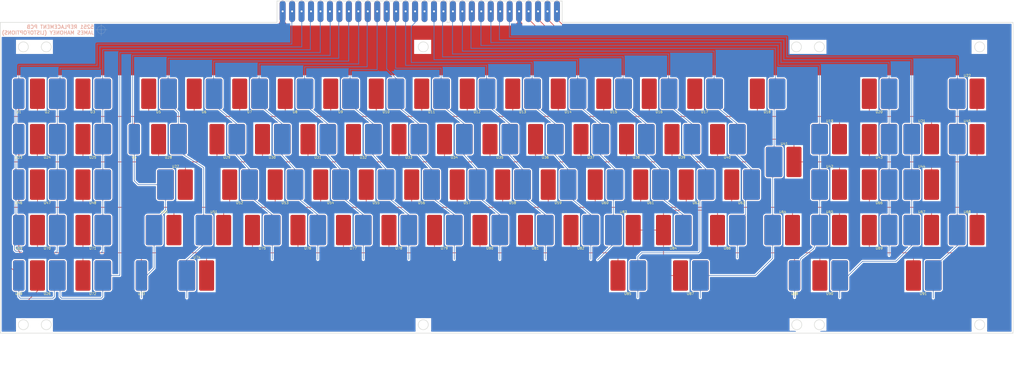
<source format=kicad_pcb>
(kicad_pcb (version 20171130) (host pcbnew "(5.1.4)-1")
  (title_block (title "5251 replacement pcb") (date 2019-11-24) (rev 0.0.2) (company "rainy day plans"))
  (layers (0 F.Cu signal) (31 B.Cu signal) (34 B.Paste user) (35 F.Paste user) (36 B.SilkS user) (37 F.SilkS user hide) (38 B.Mask user) (39 F.Mask user) (44 Edge.Cuts user))
  (net 0 "")
  (net 1 GNDA)
  (net 2 COL22)
  (net 3 COL21)
  (net 4 COL20)
  (net 5 COL19)
  (net 6 COL18)
  (net 7 COL17)
  (net 8 COL16)
  (net 9 COL15)
  (net 10 COL14)
  (net 11 COL13)
  (net 12 COL12)
  (net 13 COL11)
  (net 14 COL10)
  (net 15 COL9)
  (net 16 COL8)
  (net 17 COL7)
  (net 18 COL6)
  (net 19 COL5)
  (net 20 COL4)
  (net 21 COL3)
  (net 22 COL2)
  (net 23 COL1)
  (net 24 COL0)
  (net 25 ROW0)
  (net 26 ROW1)
  (net 27 ROW2)
  (net 28 ROW3)
  (module "beamspring pad:BEAMSPRING_PAD" (layer F.Cu) (at 397.819768 181.570529)
    (fp_text reference U18 (at 0 7.62) (layer F.SilkS))
    (fp_text value BACKSPACE hide)
    (pad 1 smd roundrect (at -4.1 0) (size 6.3 12.75) (layers F.Cu) (roundrect_rratio 0.107) (net 25 ROW0))
    (pad 3 smd roundrect (at 4.2 0) (size 7 12.75) (layers F.Cu) (roundrect_rratio 0.107))
    (pad 2 smd roundrect (at 4.2 0) (size 7 12.75) (layers B.Cu) (roundrect_rratio 0.107) (net 6 COL18))
  )
  (module "beamspring pad:BEAMSPRING_PAD" (layer F.Cu) (at 339.479143 257.770529)
    (fp_text reference U85 (at 0 7.62) (layer F.SilkS))
    (fp_text value SPACE hide)
    (pad 2 smd roundrect (at 4.2 0) (size 7 12.75) (layers B.Cu) (roundrect_rratio 0.107) (net 8 COL16))
    (pad 3 smd roundrect (at 4.2 0) (size 7 12.75) (layers F.Cu) (roundrect_rratio 0.107))
    (pad 1 smd roundrect (at -4.1 0) (size 6.3 12.75) (layers F.Cu) (roundrect_rratio 0.107) (net 28 ROW3))
  )
  (module "beamspring pad:BEAMSPRING_PAD" (layer F.Cu) (at 304.951018 200.620529)
    (fp_text reference U36 (at 0 7.62) (layer F.SilkS))
    (fp_text value I hide)
    (pad 2 smd roundrect (at 4.2 0) (size 7 12.75) (layers B.Cu) (roundrect_rratio 0.107) (net 11 COL13))
    (pad 3 smd roundrect (at 4.2 0) (size 7 12.75) (layers F.Cu) (roundrect_rratio 0.107))
    (pad 1 smd roundrect (at -4.1 0) (size 6.3 12.75) (layers F.Cu) (roundrect_rratio 0.107) (net 26 ROW1))
  )
  (module "beamspring pad:BEAMSPRING_PAD" (layer F.Cu) (at 362.101018 200.620529)
    (fp_text reference U39 (at 0 7.62) (layer F.SilkS))
    (fp_text value BANG-CENT hide)
    (pad 2 smd roundrect (at 4.2 0) (size 7 12.75) (layers B.Cu) (roundrect_rratio 0.107) (net 8 COL16))
    (pad 3 smd roundrect (at 4.2 0) (size 7 12.75) (layers F.Cu) (roundrect_rratio 0.107))
    (pad 1 smd roundrect (at -4.1 0) (size 6.3 12.75) (layers F.Cu) (roundrect_rratio 0.107) (net 26 ROW1))
  )
  (module "beamspring pad:BEAMSPRING_PAD" (layer F.Cu) (at 285.901018 200.620529)
    (fp_text reference U35 (at 0 7.62) (layer F.SilkS))
    (fp_text value U hide)
    (pad 2 smd roundrect (at 4.2 0) (size 7 12.75) (layers B.Cu) (roundrect_rratio 0.107) (net 12 COL12))
    (pad 3 smd roundrect (at 4.2 0) (size 7 12.75) (layers F.Cu) (roundrect_rratio 0.107))
    (pad 1 smd roundrect (at -4.1 0) (size 6.3 12.75) (layers F.Cu) (roundrect_rratio 0.107) (net 26 ROW1))
  )
  (module "beamspring pad:BEAMSPRING_PAD" (layer F.Cu) (at 228.751018 200.620529)
    (fp_text reference U32 (at 0 7.62) (layer F.SilkS))
    (fp_text value R hide)
    (pad 2 smd roundrect (at 4.2 0) (size 7 12.75) (layers B.Cu) (roundrect_rratio 0.107) (net 15 COL9))
    (pad 3 smd roundrect (at 4.2 0) (size 7 12.75) (layers F.Cu) (roundrect_rratio 0.107))
    (pad 1 smd roundrect (at -4.1 0) (size 6.3 12.75) (layers F.Cu) (roundrect_rratio 0.107) (net 26 ROW1))
  )
  (module "beamspring pad:BEAMSPRING_PAD" (layer F.Cu) (at 96.440706 238.720529)
    (fp_text reference U70 (at 0 7.62) (layer F.SilkS))
    (fp_text value F7 hide)
    (pad 2 smd roundrect (at 4.2 0) (size 7 12.75) (layers B.Cu) (roundrect_rratio 0.107) (net 23 COL1))
    (pad 3 smd roundrect (at 4.2 0) (size 7 12.75) (layers F.Cu) (roundrect_rratio 0.107))
    (pad 1 smd roundrect (at -4.1 0) (size 6.3 12.75) (layers F.Cu) (roundrect_rratio 0.107) (net 28 ROW3))
  )
  (module "beamspring pad:BEAMSPRING_PAD" (layer F.Cu) (at 365.672893 257.770529)
    (fp_text reference U87 (at 0 7.62) (layer F.SilkS))
    (fp_text value ENTER/REC_ADV hide)
    (pad 1 smd roundrect (at -4.1 0) (size 6.3 12.75) (layers F.Cu) (roundrect_rratio 0.107) (net 28 ROW3))
    (pad 3 smd roundrect (at 4.2 0) (size 7 12.75) (layers F.Cu) (roundrect_rratio 0.107))
    (pad 2 smd roundrect (at 4.2 0) (size 7 12.75) (layers B.Cu) (roundrect_rratio 0.107) (net 6 COL18))
  )
  (module "beamspring pad:BEAMSPRING_PAD" (layer F.Cu) (at 381.151018 238.720529)
    (fp_text reference U86 (at 0 7.62) (layer F.SilkS))
    (fp_text value RIGHT_SHIFT hide)
    (pad 1 smd roundrect (at -4.1 0) (size 6.3 12.75) (layers F.Cu) (roundrect_rratio 0.107) (net 28 ROW3))
    (pad 3 smd roundrect (at 4.2 0) (size 7 12.75) (layers F.Cu) (roundrect_rratio 0.107))
    (pad 2 smd roundrect (at 4.2 0) (size 7 12.75) (layers B.Cu) (roundrect_rratio 0.107) (net 7 COL17))
  )
  (module "beamspring pad:BEAMSPRING_PAD" (layer F.Cu) (at 462.557893 238.720529 180)
    (fp_text reference U67 (at 0 7.62) (layer F.SilkS))
    (fp_text value PAD3 hide)
    (pad 1 smd roundrect (at -4.1 0 180) (size 6.3 12.75) (layers F.Cu) (roundrect_rratio 0.107) (net 27 ROW2))
    (pad 3 smd roundrect (at 4.2 0 180) (size 7 12.75) (layers F.Cu) (roundrect_rratio 0.107))
    (pad 2 smd roundrect (at 4.2 0 180) (size 7 12.75) (layers B.Cu) (roundrect_rratio 0.107) (net 3 COL21))
  )
  (module "beamspring card edge:BEAMSPRING-CARD-EDGE" (layer F.Cu) (at 252.412581 147.042404)
    (fp_text reference J1 hide)
    (fp_text value Conn_01x30 hide)
    (pad 1 thru_hole oval (at -57.42 0) (size 2.5 8.97) (drill 0.8) (layers *.Cu *.Mask) (net 1 GNDA))
    (pad 2 thru_hole oval (at -53.46 0) (size 2.5 8.97) (drill 0.8) (layers *.Cu *.Mask) (net 24 COL0))
    (pad 3 thru_hole oval (at -49.5 0) (size 2.5 8.97) (drill 0.8) (layers *.Cu *.Mask) (net 23 COL1))
    (pad 4 thru_hole oval (at -45.54 0) (size 2.5 8.97) (drill 0.8) (layers *.Cu *.Mask) (net 22 COL2))
    (pad 5 thru_hole oval (at -41.58 0) (size 2.5 8.97) (drill 0.8) (layers *.Cu *.Mask) (net 21 COL3))
    (pad 6 thru_hole oval (at -37.62 0) (size 2.5 8.97) (drill 0.8) (layers *.Cu *.Mask) (net 20 COL4))
    (pad 7 thru_hole oval (at -33.66 0) (size 2.5 8.97) (drill 0.8) (layers *.Cu *.Mask) (net 19 COL5))
    (pad 8 thru_hole oval (at -29.7 0) (size 2.5 8.97) (drill 0.8) (layers *.Cu *.Mask) (net 18 COL6))
    (pad 9 thru_hole oval (at -25.74 0) (size 2.5 8.97) (drill 0.8) (layers *.Cu *.Mask) (net 17 COL7))
    (pad 10 thru_hole oval (at -21.78 0) (size 2.5 8.97) (drill 0.8) (layers *.Cu *.Mask) (net 16 COL8))
    (pad 11 thru_hole oval (at -17.82 0) (size 2.5 8.97) (drill 0.8) (layers *.Cu *.Mask) (net 15 COL9))
    (pad 12 thru_hole oval (at -13.86 0) (size 2.5 8.97) (drill 0.8) (layers *.Cu *.Mask) (net 14 COL10))
    (pad 13 thru_hole oval (at -9.9 0) (size 2.5 8.97) (drill 0.8) (layers *.Cu *.Mask) (net 13 COL11))
    (pad 14 thru_hole oval (at -5.94 0) (size 2.5 8.97) (drill 0.8) (layers *.Cu *.Mask) (net 12 COL12))
    (pad 15 thru_hole oval (at -1.98 0) (size 2.5 8.97) (drill 0.8) (layers *.Cu *.Mask) (net 11 COL13))
    (pad 16 thru_hole oval (at 1.98 0) (size 2.5 8.97) (drill 0.8) (layers *.Cu *.Mask))
    (pad 17 thru_hole oval (at 5.94 0) (size 2.5 8.97) (drill 0.8) (layers *.Cu *.Mask) (net 10 COL14))
    (pad 18 thru_hole oval (at 9.9 0) (size 2.5 8.97) (drill 0.8) (layers *.Cu *.Mask) (net 9 COL15))
    (pad 19 thru_hole oval (at 13.86 0) (size 2.5 8.97) (drill 0.8) (layers *.Cu *.Mask) (net 8 COL16))
    (pad 20 thru_hole oval (at 17.82 0) (size 2.5 8.97) (drill 0.8) (layers *.Cu *.Mask) (net 7 COL17))
    (pad 21 thru_hole oval (at 21.78 0) (size 2.5 8.97) (drill 0.8) (layers *.Cu *.Mask) (net 6 COL18))
    (pad 22 thru_hole oval (at 25.74 0) (size 2.5 8.97) (drill 0.8) (layers *.Cu *.Mask) (net 5 COL19))
    (pad 23 thru_hole oval (at 29.7 0) (size 2.5 8.97) (drill 0.8) (layers *.Cu *.Mask) (net 4 COL20))
    (pad 24 thru_hole oval (at 33.66 0) (size 2.5 8.97) (drill 0.8) (layers *.Cu *.Mask) (net 3 COL21))
    (pad 25 thru_hole oval (at 37.62 0) (size 2.5 8.97) (drill 0.8) (layers *.Cu *.Mask) (net 2 COL22))
    (pad 26 thru_hole oval (at 41.58 0) (size 2.5 8.97) (drill 0.8) (layers *.Cu *.Mask) (net 1 GNDA))
    (pad 27 thru_hole oval (at 45.54 0) (size 2.5 8.97) (drill 0.8) (layers *.Cu *.Mask) (net 25 ROW0))
    (pad 28 thru_hole oval (at 49.5 0) (size 2.5 8.97) (drill 0.8) (layers *.Cu *.Mask) (net 26 ROW1))
    (pad 29 thru_hole oval (at 53.46 0) (size 2.5 8.97) (drill 0.8) (layers *.Cu *.Mask) (net 27 ROW2))
    (pad 30 thru_hole oval (at 57.42 0) (size 2.5 8.97) (drill 0.8) (layers *.Cu *.Mask) (net 28 ROW3))
  )
  (module "beamspring pad:BEAMSPRING_PAD" (layer F.Cu) (at 219.226018 181.570529)
    (fp_text reference U9 (at 0 7.62) (layer F.SilkS))
    (fp_text value 4 hide)
    (pad 1 smd roundrect (at -4.1 0) (size 6.3 12.75) (layers F.Cu) (roundrect_rratio 0.107) (net 25 ROW0))
    (pad 3 smd roundrect (at 4.2 0) (size 7 12.75) (layers F.Cu) (roundrect_rratio 0.107))
    (pad 2 smd roundrect (at 4.2 0) (size 7 12.75) (layers B.Cu) (roundrect_rratio 0.107) (net 15 COL9))
  )
  (module "beamspring pad:SENSE_PAD" (layer F.Cu) (at 84.534456 181.570529)
    (fp_text reference U1 (at 0 7.62) (layer F.SilkS))
    (fp_text value F1_SENSE hide)
    (pad 1 smd roundrect (at 0 0) (size 4.8 12.75) (layers F.Cu) (roundrect_rratio 0.156) (net 25 ROW0))
    (pad 2 smd roundrect (at 0 0) (size 4.8 12.75) (layers B.Cu) (roundrect_rratio 0.156) (net 24 COL0))
  )
  (module "beamspring pad:BEAMSPRING_PAD" (layer F.Cu) (at 96.440706 181.570529)
    (fp_text reference U2 (at 0 7.62) (layer F.SilkS))
    (fp_text value F1 hide)
    (pad 1 smd roundrect (at -4.1 0) (size 6.3 12.75) (layers F.Cu) (roundrect_rratio 0.107) (net 25 ROW0))
    (pad 3 smd roundrect (at 4.2 0) (size 7 12.75) (layers F.Cu) (roundrect_rratio 0.107))
    (pad 2 smd roundrect (at 4.2 0) (size 7 12.75) (layers B.Cu) (roundrect_rratio 0.107) (net 23 COL1))
  )
  (module "beamspring pad:BEAMSPRING_PAD" (layer F.Cu) (at 115.490706 181.570529)
    (fp_text reference U3 (at 0 7.62) (layer F.SilkS))
    (fp_text value F2 hide)
    (pad 1 smd roundrect (at -4.1 0) (size 6.3 12.75) (layers F.Cu) (roundrect_rratio 0.107) (net 25 ROW0))
    (pad 3 smd roundrect (at 4.2 0) (size 7 12.75) (layers F.Cu) (roundrect_rratio 0.107))
    (pad 2 smd roundrect (at 4.2 0) (size 7 12.75) (layers B.Cu) (roundrect_rratio 0.107) (net 22 COL2))
  )
  (module "beamspring pad:SENSE_PAD" (layer F.Cu) (at 132.876018 200.620529)
    (fp_text reference U4 (at 0 7.62) (layer F.SilkS))
    (fp_text value RIGHT_TAB_SENSE hide)
    (pad 1 smd roundrect (at 0 0) (size 4.8 12.75) (layers F.Cu) (roundrect_rratio 0.156) (net 25 ROW0))
    (pad 2 smd roundrect (at 0 0) (size 4.8 12.75) (layers B.Cu) (roundrect_rratio 0.156) (net 20 COL4))
  )
  (module "beamspring pad:BEAMSPRING_PAD" (layer F.Cu) (at 143.026018 181.570529)
    (fp_text reference U5 (at 0 7.62) (layer F.SilkS))
    (fp_text value TILDE hide)
    (pad 1 smd roundrect (at -4.1 0) (size 6.3 12.75) (layers F.Cu) (roundrect_rratio 0.107) (net 25 ROW0))
    (pad 3 smd roundrect (at 4.2 0) (size 7 12.75) (layers F.Cu) (roundrect_rratio 0.107))
    (pad 2 smd roundrect (at 4.2 0) (size 7 12.75) (layers B.Cu) (roundrect_rratio 0.107) (net 19 COL5))
  )
  (module "beamspring pad:BEAMSPRING_PAD" (layer F.Cu) (at 162.076018 181.570529)
    (fp_text reference U6 (at 0 7.62) (layer F.SilkS))
    (fp_text value 1 hide)
    (pad 2 smd roundrect (at 4.2 0) (size 7 12.75) (layers B.Cu) (roundrect_rratio 0.107) (net 18 COL6))
    (pad 3 smd roundrect (at 4.2 0) (size 7 12.75) (layers F.Cu) (roundrect_rratio 0.107))
    (pad 1 smd roundrect (at -4.1 0) (size 6.3 12.75) (layers F.Cu) (roundrect_rratio 0.107) (net 25 ROW0))
  )
  (module "beamspring pad:BEAMSPRING_PAD" (layer F.Cu) (at 181.126018 181.570529)
    (fp_text reference U7 (at 0 7.62) (layer F.SilkS))
    (fp_text value 2 hide)
    (pad 1 smd roundrect (at -4.1 0) (size 6.3 12.75) (layers F.Cu) (roundrect_rratio 0.107) (net 25 ROW0))
    (pad 3 smd roundrect (at 4.2 0) (size 7 12.75) (layers F.Cu) (roundrect_rratio 0.107))
    (pad 2 smd roundrect (at 4.2 0) (size 7 12.75) (layers B.Cu) (roundrect_rratio 0.107) (net 17 COL7))
  )
  (module "beamspring pad:BEAMSPRING_PAD" (layer F.Cu) (at 200.176018 181.570529)
    (fp_text reference U8 (at 0 7.62) (layer F.SilkS))
    (fp_text value 3 hide)
    (pad 1 smd roundrect (at -4.1 0) (size 6.3 12.75) (layers F.Cu) (roundrect_rratio 0.107) (net 25 ROW0))
    (pad 3 smd roundrect (at 4.2 0) (size 7 12.75) (layers F.Cu) (roundrect_rratio 0.107))
    (pad 2 smd roundrect (at 4.2 0) (size 7 12.75) (layers B.Cu) (roundrect_rratio 0.107) (net 16 COL8))
  )
  (module "beamspring pad:BEAMSPRING_PAD" (layer F.Cu) (at 238.276018 181.570529)
    (fp_text reference U10 (at 0 7.62) (layer F.SilkS))
    (fp_text value 5 hide)
    (pad 1 smd roundrect (at -4.1 0) (size 6.3 12.75) (layers F.Cu) (roundrect_rratio 0.107) (net 25 ROW0))
    (pad 3 smd roundrect (at 4.2 0) (size 7 12.75) (layers F.Cu) (roundrect_rratio 0.107))
    (pad 2 smd roundrect (at 4.2 0) (size 7 12.75) (layers B.Cu) (roundrect_rratio 0.107) (net 14 COL10))
  )
  (module "beamspring pad:BEAMSPRING_PAD" (layer F.Cu) (at 257.326018 181.570529)
    (fp_text reference U11 (at 0 7.62) (layer F.SilkS))
    (fp_text value 6 hide)
    (pad 2 smd roundrect (at 4.2 0) (size 7 12.75) (layers B.Cu) (roundrect_rratio 0.107) (net 13 COL11))
    (pad 3 smd roundrect (at 4.2 0) (size 7 12.75) (layers F.Cu) (roundrect_rratio 0.107))
    (pad 1 smd roundrect (at -4.1 0) (size 6.3 12.75) (layers F.Cu) (roundrect_rratio 0.107) (net 25 ROW0))
  )
  (module "beamspring pad:BEAMSPRING_PAD" (layer F.Cu) (at 276.376018 181.570529)
    (fp_text reference U12 (at 0 7.62) (layer F.SilkS))
    (fp_text value 7 hide)
    (pad 1 smd roundrect (at -4.1 0) (size 6.3 12.75) (layers F.Cu) (roundrect_rratio 0.107) (net 25 ROW0))
    (pad 3 smd roundrect (at 4.2 0) (size 7 12.75) (layers F.Cu) (roundrect_rratio 0.107))
    (pad 2 smd roundrect (at 4.2 0) (size 7 12.75) (layers B.Cu) (roundrect_rratio 0.107) (net 12 COL12))
  )
  (module "beamspring pad:BEAMSPRING_PAD" (layer F.Cu) (at 295.426018 181.570529)
    (fp_text reference U13 (at 0 7.62) (layer F.SilkS))
    (fp_text value 8 hide)
    (pad 1 smd roundrect (at -4.1 0) (size 6.3 12.75) (layers F.Cu) (roundrect_rratio 0.107) (net 25 ROW0))
    (pad 3 smd roundrect (at 4.2 0) (size 7 12.75) (layers F.Cu) (roundrect_rratio 0.107))
    (pad 2 smd roundrect (at 4.2 0) (size 7 12.75) (layers B.Cu) (roundrect_rratio 0.107) (net 11 COL13))
  )
  (module "beamspring pad:BEAMSPRING_PAD" (layer F.Cu) (at 314.476018 181.570529)
    (fp_text reference U14 (at 0 7.62) (layer F.SilkS))
    (fp_text value 9 hide)
    (pad 1 smd roundrect (at -4.1 0) (size 6.3 12.75) (layers F.Cu) (roundrect_rratio 0.107) (net 25 ROW0))
    (pad 3 smd roundrect (at 4.2 0) (size 7 12.75) (layers F.Cu) (roundrect_rratio 0.107))
    (pad 2 smd roundrect (at 4.2 0) (size 7 12.75) (layers B.Cu) (roundrect_rratio 0.107) (net 10 COL14))
  )
  (module "beamspring pad:BEAMSPRING_PAD" (layer F.Cu) (at 333.526018 181.570529)
    (fp_text reference U15 (at 0 7.62) (layer F.SilkS))
    (fp_text value 0 hide)
    (pad 1 smd roundrect (at -4.1 0) (size 6.3 12.75) (layers F.Cu) (roundrect_rratio 0.107) (net 25 ROW0))
    (pad 3 smd roundrect (at 4.2 0) (size 7 12.75) (layers F.Cu) (roundrect_rratio 0.107))
    (pad 2 smd roundrect (at 4.2 0) (size 7 12.75) (layers B.Cu) (roundrect_rratio 0.107) (net 9 COL15))
  )
  (module "beamspring pad:BEAMSPRING_PAD" (layer F.Cu) (at 352.576018 181.570529)
    (fp_text reference U16 (at 0 7.62) (layer F.SilkS))
    (fp_text value -_ hide)
    (pad 1 smd roundrect (at -4.1 0) (size 6.3 12.75) (layers F.Cu) (roundrect_rratio 0.107) (net 25 ROW0))
    (pad 3 smd roundrect (at 4.2 0) (size 7 12.75) (layers F.Cu) (roundrect_rratio 0.107))
    (pad 2 smd roundrect (at 4.2 0) (size 7 12.75) (layers B.Cu) (roundrect_rratio 0.107) (net 8 COL16))
  )
  (module "beamspring pad:BEAMSPRING_PAD" (layer F.Cu) (at 371.626018 181.570529)
    (fp_text reference U17 (at 0 7.62) (layer F.SilkS))
    (fp_text value =+ hide)
    (pad 2 smd roundrect (at 4.2 0) (size 7 12.75) (layers B.Cu) (roundrect_rratio 0.107) (net 7 COL17))
    (pad 3 smd roundrect (at 4.2 0) (size 7 12.75) (layers F.Cu) (roundrect_rratio 0.107))
    (pad 1 smd roundrect (at -4.1 0) (size 6.3 12.75) (layers F.Cu) (roundrect_rratio 0.107) (net 25 ROW0))
  )
  (module "beamspring pad:BEAMSPRING_PAD" (layer F.Cu) (at 424.013518 200.620481 180)
    (fp_text reference U19 (at 0 7.62) (layer F.SilkS))
    (fp_text value PAD7 hide)
    (pad 1 smd roundrect (at -4.1 0 180) (size 6.3 12.75) (layers F.Cu) (roundrect_rratio 0.107) (net 25 ROW0))
    (pad 3 smd roundrect (at 4.2 0 180) (size 7 12.75) (layers F.Cu) (roundrect_rratio 0.107))
    (pad 2 smd roundrect (at 4.2 0 180) (size 7 12.75) (layers B.Cu) (roundrect_rratio 0.107) (net 5 COL19))
  )
  (module "beamspring pad:BEAMSPRING_PAD" (layer F.Cu) (at 444.698811 181.570465)
    (fp_text reference U20 (at 0 7.62) (layer F.SilkS))
    (fp_text value LEFT_TAB hide)
    (pad 2 smd roundrect (at 4.2 0) (size 7 12.75) (layers B.Cu) (roundrect_rratio 0.107) (net 4 COL20))
    (pad 3 smd roundrect (at 4.2 0) (size 7 12.75) (layers F.Cu) (roundrect_rratio 0.107))
    (pad 1 smd roundrect (at -4.1 0) (size 6.3 12.75) (layers F.Cu) (roundrect_rratio 0.107) (net 25 ROW0))
  )
  (module "beamspring pad:BEAMSPRING_PAD" (layer F.Cu) (at 462.557893 200.620529 180)
    (fp_text reference U21 (at 0 7.62) (layer F.SilkS))
    (fp_text value PAD9 hide)
    (pad 1 smd roundrect (at -4.1 0 180) (size 6.3 12.75) (layers F.Cu) (roundrect_rratio 0.107) (net 25 ROW0))
    (pad 3 smd roundrect (at 4.2 0 180) (size 7 12.75) (layers F.Cu) (roundrect_rratio 0.107))
    (pad 2 smd roundrect (at 4.2 0 180) (size 7 12.75) (layers B.Cu) (roundrect_rratio 0.107) (net 3 COL21))
  )
  (module "beamspring pad:BEAMSPRING_PAD" (layer F.Cu) (at 481.607893 181.570529 180)
    (fp_text reference U22 (at 0 7.62) (layer F.SilkS))
    (fp_text value DUP hide)
    (pad 1 smd roundrect (at -4.1 0 180) (size 6.3 12.75) (layers F.Cu) (roundrect_rratio 0.107) (net 25 ROW0))
    (pad 3 smd roundrect (at 4.2 0 180) (size 7 12.75) (layers F.Cu) (roundrect_rratio 0.107))
    (pad 2 smd roundrect (at 4.2 0 180) (size 7 12.75) (layers B.Cu) (roundrect_rratio 0.107) (net 2 COL22))
  )
  (module "beamspring pad:SENSE_PAD" (layer F.Cu) (at 84.534456 200.620529)
    (fp_text reference U23 (at 0 7.62) (layer F.SilkS))
    (fp_text value F3_SENSE hide)
    (pad 2 smd roundrect (at 0 0) (size 4.8 12.75) (layers B.Cu) (roundrect_rratio 0.156) (net 24 COL0))
    (pad 1 smd roundrect (at 0 0) (size 4.8 12.75) (layers F.Cu) (roundrect_rratio 0.156) (net 26 ROW1))
  )
  (module "beamspring pad:BEAMSPRING_PAD" (layer F.Cu) (at 96.440706 200.620529)
    (fp_text reference U24 (at 0 7.62) (layer F.SilkS))
    (fp_text value F3 hide)
    (pad 2 smd roundrect (at 4.2 0) (size 7 12.75) (layers B.Cu) (roundrect_rratio 0.107) (net 23 COL1))
    (pad 3 smd roundrect (at 4.2 0) (size 7 12.75) (layers F.Cu) (roundrect_rratio 0.107))
    (pad 1 smd roundrect (at -4.1 0) (size 6.3 12.75) (layers F.Cu) (roundrect_rratio 0.107) (net 26 ROW1))
  )
  (module "beamspring pad:BEAMSPRING_PAD" (layer F.Cu) (at 115.490706 200.620529)
    (fp_text reference U25 (at 0 7.62) (layer F.SilkS))
    (fp_text value F4 hide)
    (pad 2 smd roundrect (at 4.2 0) (size 7 12.75) (layers B.Cu) (roundrect_rratio 0.107) (net 22 COL2))
    (pad 3 smd roundrect (at 4.2 0) (size 7 12.75) (layers F.Cu) (roundrect_rratio 0.107))
    (pad 1 smd roundrect (at -4.1 0) (size 6.3 12.75) (layers F.Cu) (roundrect_rratio 0.107) (net 26 ROW1))
  )
  (module "beamspring pad:BEAMSPRING_PAD" (layer F.Cu) (at 96.440706 257.770529)
    (fp_text reference U26 (at 0 7.62) (layer F.SilkS))
    (fp_text value F9 hide)
    (pad 2 smd roundrect (at 4.2 0) (size 7 12.75) (layers B.Cu) (roundrect_rratio 0.107) (net 21 COL3))
    (pad 3 smd roundrect (at 4.2 0) (size 7 12.75) (layers F.Cu) (roundrect_rratio 0.107))
    (pad 1 smd roundrect (at -4.1 0) (size 6.3 12.75) (layers F.Cu) (roundrect_rratio 0.107) (net 26 ROW1))
  )
  (module "beamspring pad:BEAMSPRING_PAD" (layer F.Cu) (at 150.145393 219.670497 180)
    (fp_text reference U27 (at 0 7.62) (layer F.SilkS))
    (fp_text value CONTROL hide)
    (pad 1 smd roundrect (at -4.1 0 180) (size 6.3 12.75) (layers F.Cu) (roundrect_rratio 0.107) (net 26 ROW1))
    (pad 3 smd roundrect (at 4.2 0 180) (size 7 12.75) (layers F.Cu) (roundrect_rratio 0.107))
    (pad 2 smd roundrect (at 4.2 0 180) (size 7 12.75) (layers B.Cu) (roundrect_rratio 0.107) (net 20 COL4))
  )
  (module "beamspring pad:BEAMSPRING_PAD" (layer F.Cu) (at 147.163563 200.620481)
    (fp_text reference U28 (at 0 7.62) (layer F.SilkS))
    (fp_text value RIGHT_TAB hide)
    (pad 2 smd roundrect (at 4.2 0) (size 7 12.75) (layers B.Cu) (roundrect_rratio 0.107) (net 19 COL5))
    (pad 3 smd roundrect (at 4.2 0) (size 7 12.75) (layers F.Cu) (roundrect_rratio 0.107))
    (pad 1 smd roundrect (at -4.1 0) (size 6.3 12.75) (layers F.Cu) (roundrect_rratio 0.107) (net 26 ROW1))
  )
  (module "beamspring pad:BEAMSPRING_PAD" (layer F.Cu) (at 171.601018 200.620529)
    (fp_text reference U29 (at 0 7.62) (layer F.SilkS))
    (fp_text value Q hide)
    (pad 1 smd roundrect (at -4.1 0) (size 6.3 12.75) (layers F.Cu) (roundrect_rratio 0.107) (net 26 ROW1))
    (pad 3 smd roundrect (at 4.2 0) (size 7 12.75) (layers F.Cu) (roundrect_rratio 0.107))
    (pad 2 smd roundrect (at 4.2 0) (size 7 12.75) (layers B.Cu) (roundrect_rratio 0.107) (net 18 COL6))
  )
  (module "beamspring pad:BEAMSPRING_PAD" (layer F.Cu) (at 190.651018 200.620529)
    (fp_text reference U30 (at 0 7.62) (layer F.SilkS))
    (fp_text value W hide)
    (pad 2 smd roundrect (at 4.2 0) (size 7 12.75) (layers B.Cu) (roundrect_rratio 0.107) (net 17 COL7))
    (pad 3 smd roundrect (at 4.2 0) (size 7 12.75) (layers F.Cu) (roundrect_rratio 0.107))
    (pad 1 smd roundrect (at -4.1 0) (size 6.3 12.75) (layers F.Cu) (roundrect_rratio 0.107) (net 26 ROW1))
  )
  (module "beamspring pad:BEAMSPRING_PAD" (layer F.Cu) (at 209.701018 200.620529)
    (fp_text reference U31 (at 0 7.62) (layer F.SilkS))
    (fp_text value E hide)
    (pad 1 smd roundrect (at -4.1 0) (size 6.3 12.75) (layers F.Cu) (roundrect_rratio 0.107) (net 26 ROW1))
    (pad 3 smd roundrect (at 4.2 0) (size 7 12.75) (layers F.Cu) (roundrect_rratio 0.107))
    (pad 2 smd roundrect (at 4.2 0) (size 7 12.75) (layers B.Cu) (roundrect_rratio 0.107) (net 16 COL8))
  )
  (module "beamspring pad:BEAMSPRING_PAD" (layer F.Cu) (at 247.801018 200.620529)
    (fp_text reference U33 (at 0 7.62) (layer F.SilkS))
    (fp_text value T hide)
    (pad 2 smd roundrect (at 4.2 0) (size 7 12.75) (layers B.Cu) (roundrect_rratio 0.107) (net 14 COL10))
    (pad 3 smd roundrect (at 4.2 0) (size 7 12.75) (layers F.Cu) (roundrect_rratio 0.107))
    (pad 1 smd roundrect (at -4.1 0) (size 6.3 12.75) (layers F.Cu) (roundrect_rratio 0.107) (net 26 ROW1))
  )
  (module "beamspring pad:BEAMSPRING_PAD" (layer F.Cu) (at 266.851018 200.620529)
    (fp_text reference U34 (at 0 7.62) (layer F.SilkS))
    (fp_text value Y hide)
    (pad 2 smd roundrect (at 4.2 0) (size 7 12.75) (layers B.Cu) (roundrect_rratio 0.107) (net 13 COL11))
    (pad 3 smd roundrect (at 4.2 0) (size 7 12.75) (layers F.Cu) (roundrect_rratio 0.107))
    (pad 1 smd roundrect (at -4.1 0) (size 6.3 12.75) (layers F.Cu) (roundrect_rratio 0.107) (net 26 ROW1))
  )
  (module "beamspring pad:BEAMSPRING_PAD" (layer F.Cu) (at 324.001018 200.620529)
    (fp_text reference U37 (at 0 7.62) (layer F.SilkS))
    (fp_text value O hide)
    (pad 2 smd roundrect (at 4.2 0) (size 7 12.75) (layers B.Cu) (roundrect_rratio 0.107) (net 10 COL14))
    (pad 3 smd roundrect (at 4.2 0) (size 7 12.75) (layers F.Cu) (roundrect_rratio 0.107))
    (pad 1 smd roundrect (at -4.1 0) (size 6.3 12.75) (layers F.Cu) (roundrect_rratio 0.107) (net 26 ROW1))
  )
  (module "beamspring pad:BEAMSPRING_PAD" (layer F.Cu) (at 343.051018 200.620529)
    (fp_text reference U38 (at 0 7.62) (layer F.SilkS))
    (fp_text value P hide)
    (pad 2 smd roundrect (at 4.2 0) (size 7 12.75) (layers B.Cu) (roundrect_rratio 0.107) (net 9 COL15))
    (pad 3 smd roundrect (at 4.2 0) (size 7 12.75) (layers F.Cu) (roundrect_rratio 0.107))
    (pad 1 smd roundrect (at -4.1 0) (size 6.3 12.75) (layers F.Cu) (roundrect_rratio 0.107) (net 26 ROW1))
  )
  (module "beamspring pad:BEAMSPRING_PAD" (layer F.Cu) (at 381.151018 200.620529)
    (fp_text reference U40 (at 0 7.62) (layer F.SilkS))
    (fp_text value \| hide)
    (pad 2 smd roundrect (at 4.2 0) (size 7 12.75) (layers B.Cu) (roundrect_rratio 0.107) (net 7 COL17))
    (pad 3 smd roundrect (at 4.2 0) (size 7 12.75) (layers F.Cu) (roundrect_rratio 0.107))
    (pad 1 smd roundrect (at -4.1 0) (size 6.3 12.75) (layers F.Cu) (roundrect_rratio 0.107) (net 26 ROW1))
  )
  (module "beamspring pad:BEAMSPRING_PAD" (layer F.Cu) (at 404.963518 210.145529 180)
    (fp_text reference U41 (at 0 7.62) (layer F.SilkS))
    (fp_text value FIELD_EXIT hide)
    (pad 2 smd roundrect (at 4.2 0 180) (size 7 12.75) (layers B.Cu) (roundrect_rratio 0.107) (net 6 COL18))
    (pad 3 smd roundrect (at 4.2 0 180) (size 7 12.75) (layers F.Cu) (roundrect_rratio 0.107))
    (pad 1 smd roundrect (at -4.1 0 180) (size 6.3 12.75) (layers F.Cu) (roundrect_rratio 0.107) (net 26 ROW1))
  )
  (module "beamspring pad:BEAMSPRING_PAD" (layer F.Cu) (at 424.013518 219.670497 180)
    (fp_text reference U42 (at 0 7.62) (layer F.SilkS))
    (fp_text value PAD4 hide)
    (pad 2 smd roundrect (at 4.2 0 180) (size 7 12.75) (layers B.Cu) (roundrect_rratio 0.107) (net 5 COL19))
    (pad 3 smd roundrect (at 4.2 0 180) (size 7 12.75) (layers F.Cu) (roundrect_rratio 0.107))
    (pad 1 smd roundrect (at -4.1 0 180) (size 6.3 12.75) (layers F.Cu) (roundrect_rratio 0.107) (net 26 ROW1))
  )
  (module "beamspring pad:BEAMSPRING_PAD" (layer F.Cu) (at 444.698518 200.620529)
    (fp_text reference U43 (at 0 7.62) (layer F.SilkS))
    (fp_text value PAD8 hide)
    (pad 1 smd roundrect (at -4.1 0) (size 6.3 12.75) (layers F.Cu) (roundrect_rratio 0.107) (net 26 ROW1))
    (pad 3 smd roundrect (at 4.2 0) (size 7 12.75) (layers F.Cu) (roundrect_rratio 0.107))
    (pad 2 smd roundrect (at 4.2 0) (size 7 12.75) (layers B.Cu) (roundrect_rratio 0.107) (net 4 COL20))
  )
  (module "beamspring pad:BEAMSPRING_PAD" (layer F.Cu) (at 462.557893 219.670529 180)
    (fp_text reference U44 (at 0 7.62) (layer F.SilkS))
    (fp_text value PAD6 hide)
    (pad 2 smd roundrect (at 4.2 0 180) (size 7 12.75) (layers B.Cu) (roundrect_rratio 0.107) (net 3 COL21))
    (pad 3 smd roundrect (at 4.2 0 180) (size 7 12.75) (layers F.Cu) (roundrect_rratio 0.107))
    (pad 1 smd roundrect (at -4.1 0 180) (size 6.3 12.75) (layers F.Cu) (roundrect_rratio 0.107) (net 26 ROW1))
  )
  (module "beamspring pad:BEAMSPRING_PAD" (layer F.Cu) (at 481.607893 200.620529 180)
    (fp_text reference U45 (at 0 7.62) (layer F.SilkS))
    (fp_text value FIELD- hide)
    (pad 2 smd roundrect (at 4.2 0 180) (size 7 12.75) (layers B.Cu) (roundrect_rratio 0.107) (net 2 COL22))
    (pad 3 smd roundrect (at 4.2 0 180) (size 7 12.75) (layers F.Cu) (roundrect_rratio 0.107))
    (pad 1 smd roundrect (at -4.1 0 180) (size 6.3 12.75) (layers F.Cu) (roundrect_rratio 0.107) (net 26 ROW1))
  )
  (module "beamspring pad:SENSE_PAD" (layer F.Cu) (at 84.534456 219.670529)
    (fp_text reference U46 (at 0 7.62) (layer F.SilkS))
    (fp_text value F5_SENSE hide)
    (pad 1 smd roundrect (at 0 0) (size 4.8 12.75) (layers F.Cu) (roundrect_rratio 0.156) (net 27 ROW2))
    (pad 2 smd roundrect (at 0 0) (size 4.8 12.75) (layers B.Cu) (roundrect_rratio 0.156) (net 24 COL0))
  )
  (module "beamspring pad:BEAMSPRING_PAD" (layer F.Cu) (at 96.440706 219.670529)
    (fp_text reference U47 (at 0 7.62) (layer F.SilkS))
    (fp_text value F5 hide)
    (pad 1 smd roundrect (at -4.1 0) (size 6.3 12.75) (layers F.Cu) (roundrect_rratio 0.107) (net 27 ROW2))
    (pad 3 smd roundrect (at 4.2 0) (size 7 12.75) (layers F.Cu) (roundrect_rratio 0.107))
    (pad 2 smd roundrect (at 4.2 0) (size 7 12.75) (layers B.Cu) (roundrect_rratio 0.107) (net 23 COL1))
  )
  (module "beamspring pad:BEAMSPRING_PAD" (layer F.Cu) (at 115.490706 219.670529)
    (fp_text reference U48 (at 0 7.62) (layer F.SilkS))
    (fp_text value F6 hide)
    (pad 1 smd roundrect (at -4.1 0) (size 6.3 12.75) (layers F.Cu) (roundrect_rratio 0.107) (net 27 ROW2))
    (pad 3 smd roundrect (at 4.2 0) (size 7 12.75) (layers F.Cu) (roundrect_rratio 0.107))
    (pad 2 smd roundrect (at 4.2 0) (size 7 12.75) (layers B.Cu) (roundrect_rratio 0.107) (net 22 COL2))
  )
  (module "beamspring pad:SENSE_PAD" (layer F.Cu) (at 84.534456 257.770529)
    (fp_text reference U49 (at 0 7.62) (layer F.SilkS))
    (fp_text value F9_SENSE hide)
    (pad 2 smd roundrect (at 0 0) (size 4.8 12.75) (layers B.Cu) (roundrect_rratio 0.156) (net 21 COL3))
    (pad 1 smd roundrect (at 0 0) (size 4.8 12.75) (layers F.Cu) (roundrect_rratio 0.156) (net 27 ROW2))
  )
  (module "beamspring pad:BEAMSPRING_PAD" (layer F.Cu) (at 145.382893 238.720529 180)
    (fp_text reference U50 (at 0 7.62) (layer F.SilkS))
    (fp_text value LEFT_SHIFT hide)
    (pad 2 smd roundrect (at 4.2 0 180) (size 7 12.75) (layers B.Cu) (roundrect_rratio 0.107) (net 20 COL4))
    (pad 3 smd roundrect (at 4.2 0 180) (size 7 12.75) (layers F.Cu) (roundrect_rratio 0.107))
    (pad 1 smd roundrect (at -4.1 0 180) (size 6.3 12.75) (layers F.Cu) (roundrect_rratio 0.107) (net 27 ROW2))
  )
  (module "beamspring pad:BEAMSPRING_PAD" (layer F.Cu) (at 166.213518 238.720529 180)
    (fp_text reference U51 (at 0 7.62) (layer F.SilkS))
    (fp_text value <> hide)
    (pad 1 smd roundrect (at -4.1 0 180) (size 6.3 12.75) (layers F.Cu) (roundrect_rratio 0.107) (net 27 ROW2))
    (pad 3 smd roundrect (at 4.2 0 180) (size 7 12.75) (layers F.Cu) (roundrect_rratio 0.107))
    (pad 2 smd roundrect (at 4.2 0 180) (size 7 12.75) (layers B.Cu) (roundrect_rratio 0.107) (net 19 COL5))
  )
  (module "beamspring pad:BEAMSPRING_PAD" (layer F.Cu) (at 176.929143 219.670529)
    (fp_text reference U52 (at 0 7.62) (layer F.SilkS))
    (fp_text value A hide)
    (pad 1 smd roundrect (at -4.1 0) (size 6.3 12.75) (layers F.Cu) (roundrect_rratio 0.107) (net 27 ROW2))
    (pad 3 smd roundrect (at 4.2 0) (size 7 12.75) (layers F.Cu) (roundrect_rratio 0.107))
    (pad 2 smd roundrect (at 4.2 0) (size 7 12.75) (layers B.Cu) (roundrect_rratio 0.107) (net 18 COL6))
  )
  (module "beamspring pad:BEAMSPRING_PAD" (layer F.Cu) (at 195.979143 219.670529)
    (fp_text reference U53 (at 0 7.62) (layer F.SilkS))
    (fp_text value S hide)
    (pad 2 smd roundrect (at 4.2 0) (size 7 12.75) (layers B.Cu) (roundrect_rratio 0.107) (net 17 COL7))
    (pad 3 smd roundrect (at 4.2 0) (size 7 12.75) (layers F.Cu) (roundrect_rratio 0.107))
    (pad 1 smd roundrect (at -4.1 0) (size 6.3 12.75) (layers F.Cu) (roundrect_rratio 0.107) (net 27 ROW2))
  )
  (module "beamspring pad:BEAMSPRING_PAD" (layer F.Cu) (at 215.029143 219.670529)
    (fp_text reference U54 (at 0 7.62) (layer F.SilkS))
    (fp_text value D hide)
    (pad 1 smd roundrect (at -4.1 0) (size 6.3 12.75) (layers F.Cu) (roundrect_rratio 0.107) (net 27 ROW2))
    (pad 3 smd roundrect (at 4.2 0) (size 7 12.75) (layers F.Cu) (roundrect_rratio 0.107))
    (pad 2 smd roundrect (at 4.2 0) (size 7 12.75) (layers B.Cu) (roundrect_rratio 0.107) (net 16 COL8))
  )
  (module "beamspring pad:BEAMSPRING_PAD" (layer F.Cu) (at 234.079143 219.670529)
    (fp_text reference U55 (at 0 7.62) (layer F.SilkS))
    (fp_text value F hide)
    (pad 2 smd roundrect (at 4.2 0) (size 7 12.75) (layers B.Cu) (roundrect_rratio 0.107) (net 15 COL9))
    (pad 3 smd roundrect (at 4.2 0) (size 7 12.75) (layers F.Cu) (roundrect_rratio 0.107))
    (pad 1 smd roundrect (at -4.1 0) (size 6.3 12.75) (layers F.Cu) (roundrect_rratio 0.107) (net 27 ROW2))
  )
  (module "beamspring pad:BEAMSPRING_PAD" (layer F.Cu) (at 253.129143 219.670529)
    (fp_text reference U56 (at 0 7.62) (layer F.SilkS))
    (fp_text value G hide)
    (pad 2 smd roundrect (at 4.2 0) (size 7 12.75) (layers B.Cu) (roundrect_rratio 0.107) (net 14 COL10))
    (pad 3 smd roundrect (at 4.2 0) (size 7 12.75) (layers F.Cu) (roundrect_rratio 0.107))
    (pad 1 smd roundrect (at -4.1 0) (size 6.3 12.75) (layers F.Cu) (roundrect_rratio 0.107) (net 27 ROW2))
  )
  (module "beamspring pad:BEAMSPRING_PAD" (layer F.Cu) (at 272.179143 219.670529)
    (fp_text reference U57 (at 0 7.62) (layer F.SilkS))
    (fp_text value H hide)
    (pad 2 smd roundrect (at 4.2 0) (size 7 12.75) (layers B.Cu) (roundrect_rratio 0.107) (net 13 COL11))
    (pad 3 smd roundrect (at 4.2 0) (size 7 12.75) (layers F.Cu) (roundrect_rratio 0.107))
    (pad 1 smd roundrect (at -4.1 0) (size 6.3 12.75) (layers F.Cu) (roundrect_rratio 0.107) (net 27 ROW2))
  )
  (module "beamspring pad:BEAMSPRING_PAD" (layer F.Cu) (at 291.229143 219.670529)
    (fp_text reference U58 (at 0 7.62) (layer F.SilkS))
    (fp_text value J hide)
    (pad 2 smd roundrect (at 4.2 0) (size 7 12.75) (layers B.Cu) (roundrect_rratio 0.107) (net 12 COL12))
    (pad 3 smd roundrect (at 4.2 0) (size 7 12.75) (layers F.Cu) (roundrect_rratio 0.107))
    (pad 1 smd roundrect (at -4.1 0) (size 6.3 12.75) (layers F.Cu) (roundrect_rratio 0.107) (net 27 ROW2))
  )
  (module "beamspring pad:BEAMSPRING_PAD" (layer F.Cu) (at 310.279143 219.670529)
    (fp_text reference U59 (at 0 7.62) (layer F.SilkS))
    (fp_text value K hide)
    (pad 2 smd roundrect (at 4.2 0) (size 7 12.75) (layers B.Cu) (roundrect_rratio 0.107) (net 11 COL13))
    (pad 3 smd roundrect (at 4.2 0) (size 7 12.75) (layers F.Cu) (roundrect_rratio 0.107))
    (pad 1 smd roundrect (at -4.1 0) (size 6.3 12.75) (layers F.Cu) (roundrect_rratio 0.107) (net 27 ROW2))
  )
  (module "beamspring pad:BEAMSPRING_PAD" (layer F.Cu) (at 329.954143 219.670529)
    (fp_text reference U60 (at 0 7.62) (layer F.SilkS))
    (fp_text value L hide)
    (pad 2 smd roundrect (at 4.2 0) (size 7 12.75) (layers B.Cu) (roundrect_rratio 0.107) (net 10 COL14))
    (pad 3 smd roundrect (at 4.2 0) (size 7 12.75) (layers F.Cu) (roundrect_rratio 0.107))
    (pad 1 smd roundrect (at -4.1 0) (size 6.3 12.75) (layers F.Cu) (roundrect_rratio 0.107) (net 27 ROW2))
  )
  (module "beamspring pad:BEAMSPRING_PAD" (layer F.Cu) (at 349.004143 219.670529)
    (fp_text reference U61 (at 0 7.62) (layer F.SilkS))
    (fp_text value ; hide)
    (pad 2 smd roundrect (at 4.2 0) (size 7 12.75) (layers B.Cu) (roundrect_rratio 0.107) (net 9 COL15))
    (pad 3 smd roundrect (at 4.2 0) (size 7 12.75) (layers F.Cu) (roundrect_rratio 0.107))
    (pad 1 smd roundrect (at -4.1 0) (size 6.3 12.75) (layers F.Cu) (roundrect_rratio 0.107) (net 27 ROW2))
  )
  (module "beamspring pad:BEAMSPRING_PAD" (layer F.Cu) (at 368.054143 219.670529)
    (fp_text reference U62 (at 0 7.62) (layer F.SilkS))
    (fp_text value ' hide)
    (pad 2 smd roundrect (at 4.2 0) (size 7 12.75) (layers B.Cu) (roundrect_rratio 0.107) (net 8 COL16))
    (pad 3 smd roundrect (at 4.2 0) (size 7 12.75) (layers F.Cu) (roundrect_rratio 0.107))
    (pad 1 smd roundrect (at -4.1 0) (size 6.3 12.75) (layers F.Cu) (roundrect_rratio 0.107) (net 27 ROW2))
  )
  (module "beamspring pad:BEAMSPRING_PAD" (layer F.Cu) (at 387.104143 219.670529)
    (fp_text reference U63 (at 0 7.62) (layer F.SilkS))
    (fp_text value {} hide)
    (pad 2 smd roundrect (at 4.2 0) (size 7 12.75) (layers B.Cu) (roundrect_rratio 0.107) (net 7 COL17))
    (pad 3 smd roundrect (at 4.2 0) (size 7 12.75) (layers F.Cu) (roundrect_rratio 0.107))
    (pad 1 smd roundrect (at -4.1 0) (size 6.3 12.75) (layers F.Cu) (roundrect_rratio 0.107) (net 27 ROW2))
  )
  (module "beamspring pad:BEAMSPRING_PAD" (layer F.Cu) (at 404.338518 238.720529 180)
    (fp_text reference U64 (at 0 7.62) (layer F.SilkS))
    (fp_text value RETURN hide)
    (pad 1 smd roundrect (at -4.1 0 180) (size 6.3 12.75) (layers F.Cu) (roundrect_rratio 0.107) (net 27 ROW2))
    (pad 3 smd roundrect (at 4.2 0 180) (size 7 12.75) (layers F.Cu) (roundrect_rratio 0.107))
    (pad 2 smd roundrect (at 4.2 0 180) (size 7 12.75) (layers B.Cu) (roundrect_rratio 0.107) (net 6 COL18))
  )
  (module "beamspring pad:BEAMSPRING_PAD" (layer F.Cu) (at 424.013518 238.720529 180)
    (fp_text reference U65 (at 0 7.62) (layer F.SilkS))
    (fp_text value PAD1 hide)
    (pad 2 smd roundrect (at 4.2 0 180) (size 7 12.75) (layers B.Cu) (roundrect_rratio 0.107) (net 5 COL19))
    (pad 3 smd roundrect (at 4.2 0 180) (size 7 12.75) (layers F.Cu) (roundrect_rratio 0.107))
    (pad 1 smd roundrect (at -4.1 0 180) (size 6.3 12.75) (layers F.Cu) (roundrect_rratio 0.107) (net 27 ROW2))
  )
  (module "beamspring pad:BEAMSPRING_PAD" (layer F.Cu) (at 444.698518 219.670529)
    (fp_text reference U66 (at 0 7.62) (layer F.SilkS))
    (fp_text value PAD5 hide)
    (pad 2 smd roundrect (at 4.2 0) (size 7 12.75) (layers B.Cu) (roundrect_rratio 0.107) (net 4 COL20))
    (pad 3 smd roundrect (at 4.2 0) (size 7 12.75) (layers F.Cu) (roundrect_rratio 0.107))
    (pad 1 smd roundrect (at -4.1 0) (size 6.3 12.75) (layers F.Cu) (roundrect_rratio 0.107) (net 27 ROW2))
  )
  (module "beamspring pad:BEAMSPRING_PAD" (layer F.Cu) (at 481.607893 238.720529 180)
    (fp_text reference U68 (at 0 7.62) (layer F.SilkS))
    (fp_text value FIELD+ hide)
    (pad 1 smd roundrect (at -4.1 0 180) (size 6.3 12.75) (layers F.Cu) (roundrect_rratio 0.107) (net 27 ROW2))
    (pad 3 smd roundrect (at 4.2 0 180) (size 7 12.75) (layers F.Cu) (roundrect_rratio 0.107))
    (pad 2 smd roundrect (at 4.2 0 180) (size 7 12.75) (layers B.Cu) (roundrect_rratio 0.107) (net 2 COL22))
  )
  (module "beamspring pad:SENSE_PAD" (layer F.Cu) (at 84.534456 238.720529)
    (fp_text reference U69 (at 0 7.62) (layer F.SilkS))
    (fp_text value F7_SENSE hide)
    (pad 2 smd roundrect (at 0 0) (size 4.8 12.75) (layers B.Cu) (roundrect_rratio 0.156) (net 24 COL0))
    (pad 1 smd roundrect (at 0 0) (size 4.8 12.75) (layers F.Cu) (roundrect_rratio 0.156) (net 28 ROW3))
  )
  (module "beamspring pad:BEAMSPRING_PAD" (layer F.Cu) (at 115.490706 238.720529)
    (fp_text reference U71 (at 0 7.62) (layer F.SilkS))
    (fp_text value F8 hide)
    (pad 1 smd roundrect (at -4.1 0) (size 6.3 12.75) (layers F.Cu) (roundrect_rratio 0.107) (net 28 ROW3))
    (pad 3 smd roundrect (at 4.2 0) (size 7 12.75) (layers F.Cu) (roundrect_rratio 0.107))
    (pad 2 smd roundrect (at 4.2 0) (size 7 12.75) (layers B.Cu) (roundrect_rratio 0.107) (net 22 COL2))
  )
  (module "beamspring pad:BEAMSPRING_PAD" (layer F.Cu) (at 115.490706 257.770529)
    (fp_text reference U72 (at 0 7.62) (layer F.SilkS))
    (fp_text value F10 hide)
    (pad 2 smd roundrect (at 4.2 0) (size 7 12.75) (layers B.Cu) (roundrect_rratio 0.107) (net 21 COL3))
    (pad 3 smd roundrect (at 4.2 0) (size 7 12.75) (layers F.Cu) (roundrect_rratio 0.107))
    (pad 1 smd roundrect (at -4.1 0) (size 6.3 12.75) (layers F.Cu) (roundrect_rratio 0.107) (net 28 ROW3))
  )
  (module "beamspring pad:SENSE_PAD" (layer F.Cu) (at 135.857893 257.770529)
    (fp_text reference U73 (at 0 7.62) (layer F.SilkS))
    (fp_text value ERROR_RESET_SENSE hide)
    (pad 1 smd roundrect (at 0 0) (size 4.8 12.75) (layers F.Cu) (roundrect_rratio 0.156) (net 28 ROW3))
    (pad 2 smd roundrect (at 0 0) (size 4.8 12.75) (layers B.Cu) (roundrect_rratio 0.156) (net 20 COL4))
  )
  (module "beamspring pad:BEAMSPRING_PAD" (layer F.Cu) (at 159.069768 257.770529 180)
    (fp_text reference U74 (at 0 7.62) (layer F.SilkS))
    (fp_text value ERROR_RESET hide)
    (pad 2 smd roundrect (at 4.2 0 180) (size 7 12.75) (layers B.Cu) (roundrect_rratio 0.107) (net 19 COL5))
    (pad 3 smd roundrect (at 4.2 0 180) (size 7 12.75) (layers F.Cu) (roundrect_rratio 0.107))
    (pad 1 smd roundrect (at -4.1 0 180) (size 6.3 12.75) (layers F.Cu) (roundrect_rratio 0.107) (net 28 ROW3))
  )
  (module "beamspring pad:BEAMSPRING_PAD" (layer F.Cu) (at 186.454143 238.720529)
    (fp_text reference U75 (at 0 7.62) (layer F.SilkS))
    (fp_text value Z hide)
    (pad 2 smd roundrect (at 4.2 0) (size 7 12.75) (layers B.Cu) (roundrect_rratio 0.107) (net 18 COL6))
    (pad 3 smd roundrect (at 4.2 0) (size 7 12.75) (layers F.Cu) (roundrect_rratio 0.107))
    (pad 1 smd roundrect (at -4.1 0) (size 6.3 12.75) (layers F.Cu) (roundrect_rratio 0.107) (net 28 ROW3))
  )
  (module "beamspring pad:BEAMSPRING_PAD" (layer F.Cu) (at 205.504143 238.720529)
    (fp_text reference U76 (at 0 7.62) (layer F.SilkS))
    (fp_text value X hide)
    (pad 1 smd roundrect (at -4.1 0) (size 6.3 12.75) (layers F.Cu) (roundrect_rratio 0.107) (net 28 ROW3))
    (pad 3 smd roundrect (at 4.2 0) (size 7 12.75) (layers F.Cu) (roundrect_rratio 0.107))
    (pad 2 smd roundrect (at 4.2 0) (size 7 12.75) (layers B.Cu) (roundrect_rratio 0.107) (net 17 COL7))
  )
  (module "beamspring pad:BEAMSPRING_PAD" (layer F.Cu) (at 224.554143 238.720529)
    (fp_text reference U77 (at 0 7.62) (layer F.SilkS))
    (fp_text value C hide)
    (pad 2 smd roundrect (at 4.2 0) (size 7 12.75) (layers B.Cu) (roundrect_rratio 0.107) (net 16 COL8))
    (pad 3 smd roundrect (at 4.2 0) (size 7 12.75) (layers F.Cu) (roundrect_rratio 0.107))
    (pad 1 smd roundrect (at -4.1 0) (size 6.3 12.75) (layers F.Cu) (roundrect_rratio 0.107) (net 28 ROW3))
  )
  (module "beamspring pad:BEAMSPRING_PAD" (layer F.Cu) (at 243.604143 238.720529)
    (fp_text reference U78 (at 0 7.62) (layer F.SilkS))
    (fp_text value V hide)
    (pad 1 smd roundrect (at -4.1 0) (size 6.3 12.75) (layers F.Cu) (roundrect_rratio 0.107) (net 28 ROW3))
    (pad 3 smd roundrect (at 4.2 0) (size 7 12.75) (layers F.Cu) (roundrect_rratio 0.107))
    (pad 2 smd roundrect (at 4.2 0) (size 7 12.75) (layers B.Cu) (roundrect_rratio 0.107) (net 15 COL9))
  )
  (module "beamspring pad:BEAMSPRING_PAD" (layer F.Cu) (at 262.654143 238.720529)
    (fp_text reference U79 (at 0 7.62) (layer F.SilkS))
    (fp_text value B hide)
    (pad 1 smd roundrect (at -4.1 0) (size 6.3 12.75) (layers F.Cu) (roundrect_rratio 0.107) (net 28 ROW3))
    (pad 3 smd roundrect (at 4.2 0) (size 7 12.75) (layers F.Cu) (roundrect_rratio 0.107))
    (pad 2 smd roundrect (at 4.2 0) (size 7 12.75) (layers B.Cu) (roundrect_rratio 0.107) (net 14 COL10))
  )
  (module "beamspring pad:BEAMSPRING_PAD" (layer F.Cu) (at 281.704143 238.720529)
    (fp_text reference U80 (at 0 7.62) (layer F.SilkS))
    (fp_text value N hide)
    (pad 1 smd roundrect (at -4.1 0) (size 6.3 12.75) (layers F.Cu) (roundrect_rratio 0.107) (net 28 ROW3))
    (pad 3 smd roundrect (at 4.2 0) (size 7 12.75) (layers F.Cu) (roundrect_rratio 0.107))
    (pad 2 smd roundrect (at 4.2 0) (size 7 12.75) (layers B.Cu) (roundrect_rratio 0.107) (net 13 COL11))
  )
  (module "beamspring pad:BEAMSPRING_PAD" (layer F.Cu) (at 300.754143 238.720529)
    (fp_text reference U81 (at 0 7.62) (layer F.SilkS))
    (fp_text value M hide)
    (pad 1 smd roundrect (at -4.1 0) (size 6.3 12.75) (layers F.Cu) (roundrect_rratio 0.107) (net 28 ROW3))
    (pad 3 smd roundrect (at 4.2 0) (size 7 12.75) (layers F.Cu) (roundrect_rratio 0.107))
    (pad 2 smd roundrect (at 4.2 0) (size 7 12.75) (layers B.Cu) (roundrect_rratio 0.107) (net 12 COL12))
  )
  (module "beamspring pad:BEAMSPRING_PAD" (layer F.Cu) (at 319.804143 238.720529)
    (fp_text reference U82 (at 0 7.62) (layer F.SilkS))
    (fp_text value ,, hide)
    (pad 2 smd roundrect (at 4.2 0) (size 7 12.75) (layers B.Cu) (roundrect_rratio 0.107) (net 11 COL13))
    (pad 3 smd roundrect (at 4.2 0) (size 7 12.75) (layers F.Cu) (roundrect_rratio 0.107))
    (pad 1 smd roundrect (at -4.1 0) (size 6.3 12.75) (layers F.Cu) (roundrect_rratio 0.107) (net 28 ROW3))
  )
  (module "beamspring pad:BEAMSPRING_PAD" (layer F.Cu) (at 337.663518 238.720529 180)
    (fp_text reference U83 (at 0 7.62) (layer F.SilkS))
    (fp_text value .. hide)
    (pad 2 smd roundrect (at 4.2 0 180) (size 7 12.75) (layers B.Cu) (roundrect_rratio 0.107) (net 10 COL14))
    (pad 3 smd roundrect (at 4.2 0 180) (size 7 12.75) (layers F.Cu) (roundrect_rratio 0.107))
    (pad 1 smd roundrect (at -4.1 0 180) (size 6.3 12.75) (layers F.Cu) (roundrect_rratio 0.107) (net 28 ROW3))
  )
  (module "beamspring pad:BEAMSPRING_PAD" (layer F.Cu) (at 358.529143 238.720529)
    (fp_text reference U84 (at 0 7.62) (layer F.SilkS))
    (fp_text value / hide)
    (pad 2 smd roundrect (at 4.2 0) (size 7 12.75) (layers B.Cu) (roundrect_rratio 0.107) (net 9 COL15))
    (pad 3 smd roundrect (at 4.2 0) (size 7 12.75) (layers F.Cu) (roundrect_rratio 0.107))
    (pad 1 smd roundrect (at -4.1 0) (size 6.3 12.75) (layers F.Cu) (roundrect_rratio 0.107) (net 28 ROW3))
  )
  (module "beamspring pad:SENSE_PAD" (layer F.Cu) (at 409.301643 257.770529)
    (fp_text reference U88 (at 0 7.62) (layer F.SilkS))
    (fp_text value PAD0_SENSE hide)
    (pad 2 smd roundrect (at 0 0) (size 4.8 12.75) (layers B.Cu) (roundrect_rratio 0.156) (net 5 COL19))
    (pad 1 smd roundrect (at 0 0) (size 4.8 12.75) (layers F.Cu) (roundrect_rratio 0.156) (net 28 ROW3))
  )
  (module "beamspring pad:BEAMSPRING_PAD" (layer F.Cu) (at 444.698518 238.720529)
    (fp_text reference U89 (at 0 7.62) (layer F.SilkS))
    (fp_text value PAD2 hide)
    (pad 2 smd roundrect (at 4.2 0) (size 7 12.75) (layers B.Cu) (roundrect_rratio 0.107) (net 4 COL20))
    (pad 3 smd roundrect (at 4.2 0) (size 7 12.75) (layers F.Cu) (roundrect_rratio 0.107))
    (pad 1 smd roundrect (at -4.1 0) (size 6.3 12.75) (layers F.Cu) (roundrect_rratio 0.107) (net 28 ROW3))
  )
  (module "beamspring pad:BEAMSPRING_PAD" (layer F.Cu) (at 424.013518 257.770529)
    (fp_text reference U90 (at 0 7.62) (layer F.SilkS))
    (fp_text value PAD0 hide)
    (pad 1 smd roundrect (at -4.1 0) (size 6.3 12.75) (layers F.Cu) (roundrect_rratio 0.107) (net 28 ROW3))
    (pad 3 smd roundrect (at 4.2 0) (size 7 12.75) (layers F.Cu) (roundrect_rratio 0.107))
    (pad 2 smd roundrect (at 4.2 0) (size 7 12.75) (layers B.Cu) (roundrect_rratio 0.107) (net 3 COL21))
  )
  (module "beamspring pad:BEAMSPRING_PAD" (layer F.Cu) (at 463.182893 257.770529)
    (fp_text reference U91 (at 0 7.62) (layer F.SilkS))
    (fp_text value PAD. hide)
    (pad 2 smd roundrect (at 4.2 0) (size 7 12.75) (layers B.Cu) (roundrect_rratio 0.107) (net 2 COL22))
    (pad 3 smd roundrect (at 4.2 0) (size 7 12.75) (layers F.Cu) (roundrect_rratio 0.107))
    (pad 1 smd roundrect (at -4.1 0) (size 6.3 12.75) (layers F.Cu) (roundrect_rratio 0.107) (net 28 ROW3))
  )
  (gr_text "5251 REPLACEMENT PCB\nJAMES MAHONEY (LISTOFOPTIONS)" (at 116.086035 154.78138) (layer B.SilkS) (effects (font (size 1.5 1.5) (thickness 0.3)) (justify left mirror)))
  (gr_line (start 263.780705 142.705529) (end 263.780705 151.675529) (layer Edge.Cuts) (width 0.2))
  (gr_line (start 192.620706 142.705529) (end 263.780705 142.705529) (layer Edge.Cuts) (width 0.2))
  (gr_line (start 192.620706 151.675529) (end 192.620706 142.705529) (layer Edge.Cuts) (width 0.2))
  (gr_line (start 76.760706 151.675529) (end 192.620706 151.675529) (layer Edge.Cuts) (width 0.2))
  (gr_line (start 76.760706 281.925529) (end 76.760706 151.675529) (layer Edge.Cuts) (width 0.2))
  (gr_line (start 500.750705 281.925529) (end 76.760706 281.925529) (layer Edge.Cuts) (width 0.2))
  (gr_line (start 500.750705 151.675529) (end 500.750705 281.925529) (layer Edge.Cuts) (width 0.2))
  (gr_line (start 312.000705 151.675529) (end 500.750705 151.675529) (layer Edge.Cuts) (width 0.2))
  (gr_line (start 312.000705 142.705529) (end 312.000705 151.675529) (layer Edge.Cuts) (width 0.2))
  (gr_line (start 264.780706 142.705529) (end 312.000705 142.705529) (layer Edge.Cuts) (width 0.2))
  (gr_circle (center 253.865705 278.390528) (end 255.965705 278.390528) (layer Edge.Cuts) (width 0.2))
  (gr_circle (center 410.250705 278.390528) (end 412.350705 278.390528) (layer Edge.Cuts) (width 0.2))
  (gr_circle (center 410.090705 161.930529) (end 412.190705 161.930529) (layer Edge.Cuts) (width 0.2))
  (gr_circle (center 419.690706 278.390528) (end 421.790706 278.390528) (layer Edge.Cuts) (width 0.2))
  (gr_circle (center 419.690706 161.930529) (end 421.790706 161.930529) (layer Edge.Cuts) (width 0.2))
  (gr_circle (center 486.800705 278.390528) (end 488.900705 278.390528) (layer Edge.Cuts) (width 0.2))
  (gr_circle (center 486.800705 161.930529) (end 488.900705 161.930529) (layer Edge.Cuts) (width 0.2))
  (gr_circle (center 96.035706 278.390528) (end 98.135705 278.390528) (layer Edge.Cuts) (width 0.2))
  (gr_circle (center 86.435706 278.390528) (end 88.535706 278.390528) (layer Edge.Cuts) (width 0.2))
  (gr_circle (center 96.035706 161.930529) (end 98.135705 161.930529) (layer Edge.Cuts) (width 0.2))
  (gr_circle (center 86.435706 161.930529) (end 88.535706 161.930529) (layer Edge.Cuts) (width 0.2))
  (gr_line (start 90.537255 151.675529) (end 90.537255 151.675529) (layer Edge.Cuts) (width 0.2))
  (target plus (at 119.0626 154.78138) (size 5) (width 0.05) (layer Edge.Cuts))
  (gr_line (start 263.780705 151.675529) (end 264.780706 151.675529) (layer Edge.Cuts) (width 0.2))
  (gr_line (start 264.780706 151.675529) (end 264.780706 142.705529) (layer Edge.Cuts) (width 0.2))
  (gr_circle (center 253.865705 161.930529) (end 255.965705 161.930529) (layer Edge.Cuts) (width 0.2))
  (gr_line (start 90.537255 151.675529) (end 90.537255 151.675529) (layer Edge.Cuts) (width 0.2))
  (segment (start 194.992581 147.042404) (end 194.667351 152.400128) (width 0.75) (layer F.Cu) (net 1))
  (segment (start 194.992581 147.042404) (end 195.857977 152.400128) (width 0.75) (layer F.Cu) (net 1))
  (segment (start 195.857977 152.400128) (end 195.857977 154.186067) (width 0.75) (layer F.Cu) (net 1))
  (segment (start 195.857977 154.186067) (end 294.084622 154.186067) (width 0.75) (layer F.Cu) (net 1))
  (segment (start 294.084622 154.186067) (end 293.992581 147.042404) (width 0.75) (layer F.Cu) (net 1))
  (segment (start 293.992581 147.042404) (end 294.679935 152.995441) (width 0.75) (layer F.Cu) (net 1))
  (segment (start 293.992581 147.042404) (end 293.489309 152.995441) (width 0.75) (layer F.Cu) (net 1))
  (segment (start 194.992581 147.042404) (end 195.262664 152.400128) (width 0.75) (layer F.Cu) (net 1))
  (segment (start 195.262664 152.400128) (end 194.667351 152.995441) (width 0.75) (layer F.Cu) (net 1))
  (segment (start 293.992581 147.042404) (end 294.679935 154.78138) (width 0.75) (layer B.Cu) (net 1))
  (segment (start 294.679935 154.78138) (end 294.084622 154.78138) (width 0.75) (layer B.Cu) (net 1))
  (segment (start 293.992581 147.042404) (end 294.084622 154.186067) (width 0.75) (layer B.Cu) (net 1))
  (segment (start 293.992581 147.042404) (end 293.489309 154.78138) (width 0.75) (layer B.Cu) (net 1))
  (segment (start 194.072038 151.804815) (end 194.992581 147.042404) (width 0.75) (layer F.Cu) (net 1))
  (segment (start 194.992581 147.042404) (end 194.072038 152.400128) (width 0.75) (layer B.Cu) (net 1))
  (segment (start 194.072038 152.400128) (end 194.667351 152.400128) (width 0.75) (layer B.Cu) (net 1))
  (segment (start 194.992581 147.042404) (end 195.857977 152.400128) (width 0.75) (layer B.Cu) (net 1))
  (segment (start 194.992581 147.042404) (end 195.262664 152.995441) (width 0.75) (layer B.Cu) (net 1))
  (segment (start 194.992581 147.042404) (end 194.667351 153.590754) (width 0.75) (layer B.Cu) (net 1))
  (segment (start 477.407893 181.570529) (end 477.407893 200.620529) (width 0.25) (layer B.Cu) (net 2))
  (segment (start 477.407893 200.620529) (end 477.407893 238.720529) (width 0.25) (layer B.Cu) (net 2))
  (segment (start 477.441026 175.022022) (end 477.441026 166.092327) (width 0.25) (layer B.Cu) (net 2))
  (segment (start 477.407893 181.570529) (end 477.441026 175.022022) (width 0.25) (layer B.Cu) (net 2))
  (segment (start 289.917431 151.804815) (end 290.032581 147.042404) (width 0.25) (layer B.Cu) (net 2))
  (segment (start 406.003466 166.092327) (end 406.003466 157.757945) (width 0.25) (layer B.Cu) (net 2))
  (segment (start 406.003466 157.757945) (end 289.917431 157.757945) (width 0.25) (layer B.Cu) (net 2))
  (segment (start 477.441026 166.092327) (end 406.003466 166.092327) (width 0.25) (layer B.Cu) (net 2))
  (segment (start 289.917431 157.757945) (end 289.917431 151.804815) (width 0.25) (layer B.Cu) (net 2))
  (segment (start 467.382893 257.770529) (end 467.382893 267.233349) (width 0.25) (layer B.Cu) (net 2))
  (segment (start 467.382893 257.770529) (end 470.595717 251.520165) (width 0.25) (layer B.Cu) (net 2))
  (segment (start 470.595717 251.520165) (end 477.441828 245.269368) (width 0.25) (layer B.Cu) (net 2))
  (segment (start 477.441828 245.269368) (end 477.407893 238.720529) (width 0.25) (layer B.Cu) (net 2))
  (segment (start 458.357893 200.620529) (end 458.357893 219.670529) (width 0.25) (layer B.Cu) (net 3))
  (segment (start 458.357893 219.670529) (end 458.357893 238.720529) (width 0.25) (layer B.Cu) (net 3))
  (segment (start 431.813518 257.770529) (end 437.766648 251.817399) (width 0.25) (layer B.Cu) (net 3))
  (segment (start 428.213518 257.770529) (end 431.813518 257.770529) (width 0.25) (layer B.Cu) (net 3))
  (segment (start 458.357893 245.195529) (end 458.357893 238.720529) (width 0.25) (layer B.Cu) (net 3))
  (segment (start 451.736023 251.817399) (end 458.357893 245.195529) (width 0.25) (layer B.Cu) (net 3))
  (segment (start 437.766648 251.817399) (end 451.736023 251.817399) (width 0.25) (layer B.Cu) (net 3))
  (segment (start 458.357893 188.152025) (end 458.39101 167.282953) (width 0.25) (layer B.Cu) (net 3))
  (segment (start 458.357893 200.620529) (end 458.357893 188.152025) (width 0.25) (layer B.Cu) (net 3))
  (segment (start 458.39101 167.282953) (end 404.81284 167.282953) (width 0.25) (layer B.Cu) (net 3))
  (segment (start 404.81284 158.948571) (end 285.75024 158.948571) (width 0.25) (layer B.Cu) (net 3))
  (segment (start 404.81284 160.139197) (end 404.81284 167.282953) (width 0.25) (layer B.Cu) (net 3))
  (segment (start 285.75024 151.804815) (end 286.072581 147.042404) (width 0.25) (layer B.Cu) (net 3))
  (segment (start 285.75024 158.948571) (end 285.75024 151.804815) (width 0.25) (layer B.Cu) (net 3))
  (segment (start 428.213518 257.770529) (end 428.213518 267.112066) (width 0.25) (layer B.Cu) (net 3))
  (segment (start 404.81284 160.139197) (end 404.81284 158.948571) (width 0.25) (layer B.Cu) (net 3))
  (segment (start 448.898811 200.620236) (end 448.898518 200.620529) (width 0.25) (layer B.Cu) (net 4))
  (segment (start 448.898811 181.570465) (end 448.898811 200.620236) (width 0.25) (layer B.Cu) (net 4))
  (segment (start 448.898518 200.620529) (end 448.898518 219.670529) (width 0.25) (layer B.Cu) (net 4))
  (segment (start 448.898518 219.670529) (end 448.898518 238.720529) (width 0.25) (layer B.Cu) (net 4))
  (segment (start 282.178362 151.804815) (end 282.112581 147.042404) (width 0.25) (layer B.Cu) (net 4))
  (segment (start 403.622214 160.139197) (end 282.178362 160.139197) (width 0.25) (layer B.Cu) (net 4))
  (segment (start 403.622214 168.473579) (end 403.622214 160.139197) (width 0.25) (layer B.Cu) (net 4))
  (segment (start 448.898811 181.570465) (end 448.866002 168.473579) (width 0.25) (layer B.Cu) (net 4))
  (segment (start 448.866002 168.473579) (end 403.622214 168.473579) (width 0.25) (layer B.Cu) (net 4))
  (segment (start 282.178362 160.139197) (end 282.178362 151.804815) (width 0.25) (layer B.Cu) (net 4))
  (segment (start 448.898518 238.720529) (end 448.898518 249.403631) (width 0.25) (layer B.Cu) (net 4))
  (segment (start 419.813518 200.620481) (end 419.813518 219.670497) (width 0.25) (layer B.Cu) (net 5))
  (segment (start 419.813518 219.670497) (end 419.813518 238.720529) (width 0.25) (layer B.Cu) (net 5))
  (segment (start 409.301643 257.770529) (end 411.956596 250.626773) (width 0.25) (layer B.Cu) (net 5))
  (segment (start 411.956596 250.626773) (end 417.314413 246.459582) (width 0.25) (layer B.Cu) (net 5))
  (segment (start 417.314413 246.459582) (end 419.813518 238.720529) (width 0.25) (layer B.Cu) (net 5))
  (segment (start 419.695665 194.072038) (end 419.813518 200.620481) (width 0.25) (layer B.Cu) (net 5))
  (segment (start 278.011171 151.804815) (end 278.011171 161.329823) (width 0.25) (layer B.Cu) (net 5))
  (segment (start 278.011171 161.329823) (end 402.431588 161.329823) (width 0.25) (layer B.Cu) (net 5))
  (segment (start 402.431588 161.329823) (end 402.431588 169.664205) (width 0.25) (layer B.Cu) (net 5))
  (segment (start 402.431588 169.664205) (end 419.695665 169.664205) (width 0.25) (layer B.Cu) (net 5))
  (segment (start 278.152581 147.042404) (end 278.011171 151.804815) (width 0.25) (layer B.Cu) (net 5))
  (segment (start 419.695665 169.664205) (end 419.695665 194.072038) (width 0.25) (layer B.Cu) (net 5))
  (segment (start 409.301643 257.770529) (end 409.301643 267.021836) (width 0.25) (layer B.Cu) (net 5))
  (segment (start 400.138518 210.770529) (end 400.763518 210.145529) (width 0.25) (layer B.Cu) (net 6))
  (segment (start 400.138518 238.720529) (end 400.138518 210.770529) (width 0.25) (layer B.Cu) (net 6))
  (segment (start 400.763518 182.826779) (end 402.019768 181.570529) (width 0.25) (layer B.Cu) (net 6))
  (segment (start 400.763518 210.145529) (end 400.763518 182.826779) (width 0.25) (layer B.Cu) (net 6))
  (segment (start 400.138518 238.720529) (end 400.138518 250.538591) (width 0.25) (layer B.Cu) (net 6))
  (segment (start 392.90658 257.770529) (end 369.872893 257.770529) (width 0.25) (layer B.Cu) (net 6))
  (segment (start 400.138518 250.538591) (end 392.90658 257.770529) (width 0.25) (layer B.Cu) (net 6))
  (segment (start 273.84398 151.804815) (end 274.192581 147.042404) (width 0.25) (layer B.Cu) (net 6))
  (segment (start 401.240962 162.520449) (end 273.84398 162.520449) (width 0.25) (layer B.Cu) (net 6))
  (segment (start 402.019768 181.570529) (end 401.240962 175.022022) (width 0.25) (layer B.Cu) (net 6))
  (segment (start 401.240962 175.022022) (end 401.240962 162.520449) (width 0.25) (layer B.Cu) (net 6))
  (segment (start 273.84398 162.520449) (end 273.84398 151.804815) (width 0.25) (layer B.Cu) (net 6))
  (segment (start 369.872893 257.770529) (end 369.872893 267.112017) (width 0.25) (layer B.Cu) (net 6))
  (segment (start 375.826018 181.570529) (end 378.023755 188.118908) (width 0.25) (layer B.Cu) (net 7))
  (segment (start 378.023755 188.118908) (end 385.167511 194.072038) (width 0.25) (layer B.Cu) (net 7))
  (segment (start 385.167511 194.072038) (end 385.351018 200.620529) (width 0.25) (layer B.Cu) (net 7))
  (segment (start 391.304143 219.670529) (end 388.739389 226.21894) (width 0.25) (layer B.Cu) (net 7))
  (segment (start 388.739389 226.21894) (end 388.739389 232.17207) (width 0.25) (layer B.Cu) (net 7))
  (segment (start 388.739389 232.17207) (end 385.351018 238.720529) (width 0.25) (layer B.Cu) (net 7))
  (segment (start 270.272102 151.804815) (end 270.232581 147.042404) (width 0.25) (layer B.Cu) (net 7))
  (segment (start 375.642503 163.711075) (end 270.272102 163.711075) (width 0.25) (layer B.Cu) (net 7))
  (segment (start 375.826018 181.570529) (end 375.642503 175.022022) (width 0.25) (layer B.Cu) (net 7))
  (segment (start 375.642503 175.022022) (end 375.642503 163.711075) (width 0.25) (layer B.Cu) (net 7))
  (segment (start 270.232581 163.671554) (end 270.232581 151.844336) (width 0.25) (layer B.Cu) (net 7))
  (segment (start 270.272102 163.711075) (end 270.232581 163.671554) (width 0.25) (layer B.Cu) (net 7))
  (segment (start 391.304143 219.670529) (end 391.120641 213.122054) (width 0.25) (layer B.Cu) (net 7))
  (segment (start 391.120641 213.122054) (end 385.167511 207.168924) (width 0.25) (layer B.Cu) (net 7))
  (segment (start 385.167511 207.168924) (end 385.351018 200.620529) (width 0.25) (layer B.Cu) (net 7))
  (segment (start 385.351018 238.720529) (end 385.351018 250.443266) (width 0.25) (layer B.Cu) (net 7))
  (segment (start 371.475312 220.44936) (end 372.254143 219.670529) (width 0.25) (layer B.Cu) (net 8))
  (segment (start 356.776018 181.570529) (end 358.973739 188.118908) (width 0.25) (layer B.Cu) (net 8))
  (segment (start 358.973739 188.118908) (end 366.117495 194.072038) (width 0.25) (layer B.Cu) (net 8))
  (segment (start 366.117495 194.072038) (end 366.301018 200.620529) (width 0.25) (layer B.Cu) (net 8))
  (segment (start 369.689373 226.21894) (end 372.254143 219.670529) (width 0.25) (layer B.Cu) (net 8))
  (segment (start 369.689373 247.650208) (end 369.689373 226.21894) (width 0.25) (layer B.Cu) (net 8))
  (segment (start 369.09406 248.245521) (end 369.689373 247.650208) (width 0.25) (layer B.Cu) (net 8))
  (segment (start 345.28154 248.245521) (end 369.09406 248.245521) (width 0.25) (layer B.Cu) (net 8))
  (segment (start 343.679143 257.770529) (end 343.679143 249.847918) (width 0.25) (layer B.Cu) (net 8))
  (segment (start 343.679143 249.847918) (end 345.28154 248.245521) (width 0.25) (layer B.Cu) (net 8))
  (segment (start 266.104911 151.804815) (end 266.272581 147.042404) (width 0.25) (layer B.Cu) (net 8))
  (segment (start 356.592487 175.022022) (end 356.776018 181.570529) (width 0.25) (layer B.Cu) (net 8))
  (segment (start 266.104911 164.901701) (end 356.592487 164.901701) (width 0.25) (layer B.Cu) (net 8))
  (segment (start 356.592487 166.092327) (end 356.592487 175.022022) (width 0.25) (layer B.Cu) (net 8))
  (segment (start 266.104911 151.804815) (end 266.104911 164.901701) (width 0.25) (layer B.Cu) (net 8))
  (segment (start 372.254143 219.670529) (end 372.070625 213.122054) (width 0.25) (layer B.Cu) (net 8))
  (segment (start 372.070625 213.122054) (end 366.117495 207.168924) (width 0.25) (layer B.Cu) (net 8))
  (segment (start 366.117495 207.168924) (end 366.301018 200.620529) (width 0.25) (layer B.Cu) (net 8))
  (segment (start 343.679143 257.770529) (end 343.679143 267.111995) (width 0.25) (layer B.Cu) (net 8))
  (segment (start 356.592487 166.092327) (end 356.592487 164.901701) (width 0.25) (layer B.Cu) (net 8))
  (segment (start 337.726018 181.570529) (end 339.923723 188.118908) (width 0.25) (layer B.Cu) (net 9))
  (segment (start 339.923723 188.118908) (end 347.067479 194.072038) (width 0.25) (layer B.Cu) (net 9))
  (segment (start 347.067479 194.072038) (end 347.251018 200.620529) (width 0.25) (layer B.Cu) (net 9))
  (segment (start 362.729143 238.720529) (end 362.545617 232.17207) (width 0.25) (layer B.Cu) (net 9))
  (segment (start 362.545617 232.17207) (end 354.806548 226.21894) (width 0.25) (layer B.Cu) (net 9))
  (segment (start 354.806548 226.21894) (end 353.204143 219.670529) (width 0.25) (layer B.Cu) (net 9))
  (segment (start 261.93772 151.804815) (end 262.312581 147.042404) (width 0.25) (layer B.Cu) (net 9))
  (segment (start 337.542471 166.092327) (end 261.93772 166.092327) (width 0.25) (layer B.Cu) (net 9))
  (segment (start 337.726018 181.570529) (end 337.542471 175.022022) (width 0.25) (layer B.Cu) (net 9))
  (segment (start 337.542471 175.022022) (end 337.542471 166.092327) (width 0.25) (layer B.Cu) (net 9))
  (segment (start 261.93772 166.092327) (end 261.93772 151.804815) (width 0.25) (layer B.Cu) (net 9))
  (segment (start 353.204143 219.670529) (end 353.020609 213.122054) (width 0.25) (layer B.Cu) (net 9))
  (segment (start 353.020609 213.122054) (end 347.067479 207.168924) (width 0.25) (layer B.Cu) (net 9))
  (segment (start 347.067479 207.168924) (end 347.251018 200.620529) (width 0.25) (layer B.Cu) (net 9))
  (segment (start 333.463518 220.361154) (end 334.154143 219.670529) (width 0.25) (layer B.Cu) (net 10))
  (segment (start 333.463518 238.720529) (end 333.463518 220.361154) (width 0.25) (layer B.Cu) (net 10))
  (segment (start 333.463518 238.720529) (end 333.463518 244.585405) (width 0.25) (layer B.Cu) (net 10))
  (segment (start 318.676018 181.570529) (end 320.873707 188.118908) (width 0.25) (layer B.Cu) (net 10))
  (segment (start 320.873707 188.118908) (end 328.017463 194.072038) (width 0.25) (layer B.Cu) (net 10))
  (segment (start 328.017463 194.072038) (end 328.201018 200.620529) (width 0.25) (layer B.Cu) (net 10))
  (segment (start 318.492455 175.022022) (end 318.676018 181.570529) (width 0.25) (layer B.Cu) (net 10))
  (segment (start 318.492455 167.282953) (end 318.492455 175.022022) (width 0.25) (layer B.Cu) (net 10))
  (segment (start 258.365842 167.282953) (end 318.492455 167.282953) (width 0.25) (layer B.Cu) (net 10))
  (segment (start 258.352581 147.042404) (end 258.365842 151.804815) (width 0.25) (layer B.Cu) (net 10))
  (segment (start 258.365842 151.804815) (end 258.365842 167.282953) (width 0.25) (layer B.Cu) (net 10))
  (segment (start 334.154143 219.670529) (end 333.970593 213.122054) (width 0.25) (layer B.Cu) (net 10))
  (segment (start 333.970593 213.122054) (end 328.017463 207.168924) (width 0.25) (layer B.Cu) (net 10))
  (segment (start 328.017463 207.168924) (end 328.201018 200.620529) (width 0.25) (layer B.Cu) (net 10))
  (segment (start 333.463518 244.585405) (end 326.826837 251.222086) (width 0.25) (layer B.Cu) (net 10))
  (segment (start 299.626018 181.570529) (end 301.823691 188.118908) (width 0.25) (layer B.Cu) (net 11))
  (segment (start 301.823691 188.118908) (end 308.967447 194.072038) (width 0.25) (layer B.Cu) (net 11))
  (segment (start 308.967447 194.072038) (end 309.151018 200.620529) (width 0.25) (layer B.Cu) (net 11))
  (segment (start 324.004143 238.720529) (end 323.850272 232.17207) (width 0.25) (layer B.Cu) (net 11))
  (segment (start 323.850272 232.17207) (end 316.706516 226.21894) (width 0.25) (layer B.Cu) (net 11))
  (segment (start 316.706516 226.21894) (end 314.479143 219.670529) (width 0.25) (layer B.Cu) (net 11))
  (segment (start 299.442439 175.022022) (end 299.626018 181.570529) (width 0.25) (layer B.Cu) (net 11))
  (segment (start 299.442439 168.473579) (end 299.442439 175.022022) (width 0.25) (layer B.Cu) (net 11))
  (segment (start 248.840834 168.473579) (end 299.442439 168.473579) (width 0.25) (layer B.Cu) (net 11))
  (segment (start 248.840834 153.369151) (end 248.840834 168.473579) (width 0.25) (layer B.Cu) (net 11))
  (segment (start 250.432581 147.042404) (end 250.432581 151.777404) (width 0.25) (layer B.Cu) (net 11))
  (segment (start 250.432581 151.777404) (end 248.840834 153.369151) (width 0.25) (layer B.Cu) (net 11))
  (segment (start 314.479143 219.670529) (end 314.325264 213.122054) (width 0.25) (layer B.Cu) (net 11))
  (segment (start 314.325264 213.122054) (end 308.967447 207.168924) (width 0.25) (layer B.Cu) (net 11))
  (segment (start 308.967447 207.168924) (end 309.151018 200.620529) (width 0.25) (layer B.Cu) (net 11))
  (segment (start 324.004143 238.720529) (end 324.004143 251.068215) (width 0.25) (layer B.Cu) (net 11))
  (segment (start 280.576018 181.570529) (end 282.773675 188.118908) (width 0.25) (layer B.Cu) (net 12))
  (segment (start 282.773675 188.118908) (end 289.917431 194.072038) (width 0.25) (layer B.Cu) (net 12))
  (segment (start 289.917431 194.072038) (end 290.101018 200.620529) (width 0.25) (layer B.Cu) (net 12))
  (segment (start 304.954143 238.720529) (end 304.800256 232.17207) (width 0.25) (layer B.Cu) (net 12))
  (segment (start 304.800256 232.17207) (end 297.6565 226.21894) (width 0.25) (layer B.Cu) (net 12))
  (segment (start 297.6565 226.21894) (end 295.429143 219.670529) (width 0.25) (layer B.Cu) (net 12))
  (segment (start 280.576018 181.570529) (end 280.392423 175.022022) (width 0.25) (layer B.Cu) (net 12))
  (segment (start 280.392423 175.022022) (end 280.392423 169.664205) (width 0.25) (layer B.Cu) (net 12))
  (segment (start 246.472581 147.042404) (end 246.459582 169.664205) (width 0.25) (layer B.Cu) (net 12))
  (segment (start 246.459582 169.664205) (end 263.723659 169.664205) (width 0.25) (layer B.Cu) (net 12))
  (segment (start 295.429143 219.670529) (end 295.275248 213.122054) (width 0.25) (layer B.Cu) (net 12))
  (segment (start 295.275248 213.122054) (end 289.917431 207.168924) (width 0.25) (layer B.Cu) (net 12))
  (segment (start 289.917431 207.168924) (end 290.101018 200.620529) (width 0.25) (layer B.Cu) (net 12))
  (segment (start 304.954143 238.720529) (end 304.954143 251.068199) (width 0.25) (layer B.Cu) (net 12))
  (segment (start 263.723659 169.664205) (end 280.392423 169.664205) (width 0.25) (layer B.Cu) (net 12))
  (segment (start 261.526018 181.570529) (end 263.723659 188.118908) (width 0.25) (layer B.Cu) (net 13))
  (segment (start 263.723659 188.118908) (end 270.867415 194.072038) (width 0.25) (layer B.Cu) (net 13))
  (segment (start 270.867415 194.072038) (end 271.051018 200.620529) (width 0.25) (layer B.Cu) (net 13))
  (segment (start 285.904143 238.720529) (end 285.75024 232.17207) (width 0.25) (layer B.Cu) (net 13))
  (segment (start 285.75024 232.17207) (end 278.606484 226.21894) (width 0.25) (layer B.Cu) (net 13))
  (segment (start 278.606484 226.21894) (end 276.379143 219.670529) (width 0.25) (layer B.Cu) (net 13))
  (segment (start 242.292391 151.804815) (end 242.512581 147.042404) (width 0.25) (layer B.Cu) (net 13))
  (segment (start 242.292391 170.854831) (end 242.292391 151.804815) (width 0.25) (layer B.Cu) (net 13))
  (segment (start 261.342407 170.854831) (end 242.292391 170.854831) (width 0.25) (layer B.Cu) (net 13))
  (segment (start 261.526018 181.570529) (end 261.342407 175.022022) (width 0.25) (layer B.Cu) (net 13))
  (segment (start 261.342407 175.022022) (end 261.342407 170.854831) (width 0.25) (layer B.Cu) (net 13))
  (segment (start 276.379143 219.670529) (end 276.225232 213.122054) (width 0.25) (layer B.Cu) (net 13))
  (segment (start 276.225232 213.122054) (end 270.867415 207.168924) (width 0.25) (layer B.Cu) (net 13))
  (segment (start 270.867415 207.168924) (end 271.051018 200.620529) (width 0.25) (layer B.Cu) (net 13))
  (segment (start 285.904143 238.720529) (end 285.904143 251.068183) (width 0.25) (layer B.Cu) (net 13))
  (segment (start 242.476018 181.570529) (end 244.673643 188.118908) (width 0.25) (layer B.Cu) (net 14))
  (segment (start 244.673643 188.118908) (end 251.817399 194.072038) (width 0.25) (layer B.Cu) (net 14))
  (segment (start 251.817399 194.072038) (end 252.001018 200.620529) (width 0.25) (layer B.Cu) (net 14))
  (segment (start 266.854143 238.720529) (end 266.700224 232.17207) (width 0.25) (layer B.Cu) (net 14))
  (segment (start 266.700224 232.17207) (end 258.961155 226.21894) (width 0.25) (layer B.Cu) (net 14))
  (segment (start 258.961155 226.21894) (end 257.329143 219.670529) (width 0.25) (layer B.Cu) (net 14))
  (segment (start 238.552581 147.042404) (end 238.552581 171.172092) (width 0.25) (layer B.Cu) (net 14))
  (segment (start 242.476018 175.095529) (end 242.476018 181.570529) (width 0.25) (layer B.Cu) (net 14))
  (segment (start 238.552581 171.172092) (end 242.476018 175.095529) (width 0.25) (layer B.Cu) (net 14))
  (segment (start 257.329143 219.670529) (end 257.175216 213.122054) (width 0.25) (layer B.Cu) (net 14))
  (segment (start 257.175216 213.122054) (end 251.817399 207.168924) (width 0.25) (layer B.Cu) (net 14))
  (segment (start 251.817399 207.168924) (end 252.001018 200.620529) (width 0.25) (layer B.Cu) (net 14))
  (segment (start 266.854143 238.720529) (end 266.854143 251.068167) (width 0.25) (layer B.Cu) (net 14))
  (segment (start 223.426018 181.570529) (end 225.623627 188.118908) (width 0.25) (layer B.Cu) (net 15))
  (segment (start 225.623627 188.118908) (end 232.767383 194.072038) (width 0.25) (layer B.Cu) (net 15))
  (segment (start 232.767383 194.072038) (end 232.951018 200.620529) (width 0.25) (layer B.Cu) (net 15))
  (segment (start 247.804143 238.720529) (end 247.650208 232.17207) (width 0.25) (layer B.Cu) (net 15))
  (segment (start 247.650208 232.17207) (end 240.506452 226.21894) (width 0.25) (layer B.Cu) (net 15))
  (segment (start 240.506452 226.21894) (end 238.279143 219.670529) (width 0.25) (layer B.Cu) (net 15))
  (segment (start 223.426018 181.570529) (end 223.242375 175.022022) (width 0.25) (layer B.Cu) (net 15))
  (segment (start 223.242375 175.022022) (end 223.242375 171.450144) (width 0.25) (layer B.Cu) (net 15))
  (segment (start 223.242375 171.450144) (end 234.553322 171.450144) (width 0.25) (layer B.Cu) (net 15))
  (segment (start 234.553322 171.450144) (end 234.553322 151.804815) (width 0.25) (layer B.Cu) (net 15))
  (segment (start 234.553322 151.804815) (end 234.592581 147.042404) (width 0.25) (layer B.Cu) (net 15))
  (segment (start 238.279143 219.670529) (end 238.1252 213.122054) (width 0.25) (layer B.Cu) (net 15))
  (segment (start 238.1252 213.122054) (end 232.767383 207.168924) (width 0.25) (layer B.Cu) (net 15))
  (segment (start 232.767383 207.168924) (end 232.951018 200.620529) (width 0.25) (layer B.Cu) (net 15))
  (segment (start 247.804143 238.720529) (end 247.804143 251.068151) (width 0.25) (layer B.Cu) (net 15))
  (segment (start 204.376018 181.570529) (end 206.573611 188.118908) (width 0.25) (layer B.Cu) (net 16))
  (segment (start 206.573611 188.118908) (end 213.717367 194.072038) (width 0.25) (layer B.Cu) (net 16))
  (segment (start 213.717367 194.072038) (end 213.901018 200.620529) (width 0.25) (layer B.Cu) (net 16))
  (segment (start 228.754143 238.720529) (end 228.600192 232.17207) (width 0.25) (layer B.Cu) (net 16))
  (segment (start 228.600192 232.17207) (end 221.456436 226.21894) (width 0.25) (layer B.Cu) (net 16))
  (segment (start 221.456436 226.21894) (end 219.229143 219.670529) (width 0.25) (layer B.Cu) (net 16))
  (segment (start 230.632581 147.042404) (end 230.386131 151.804815) (width 0.25) (layer B.Cu) (net 16))
  (segment (start 230.386131 151.804815) (end 230.386131 170.259518) (width 0.25) (layer B.Cu) (net 16))
  (segment (start 230.386131 170.259518) (end 204.192359 170.259518) (width 0.25) (layer B.Cu) (net 16))
  (segment (start 204.192359 170.259518) (end 204.192359 175.022022) (width 0.25) (layer B.Cu) (net 16))
  (segment (start 204.192359 175.022022) (end 204.376018 181.570529) (width 0.25) (layer B.Cu) (net 16))
  (segment (start 219.229143 219.670529) (end 219.075184 213.122054) (width 0.25) (layer B.Cu) (net 16))
  (segment (start 219.075184 213.122054) (end 213.717367 207.168924) (width 0.25) (layer B.Cu) (net 16))
  (segment (start 213.717367 207.168924) (end 213.901018 200.620529) (width 0.25) (layer B.Cu) (net 16))
  (segment (start 228.754143 238.720529) (end 228.754143 251.068135) (width 0.25) (layer B.Cu) (net 16))
  (segment (start 185.326018 181.570529) (end 187.523595 188.118908) (width 0.25) (layer B.Cu) (net 17))
  (segment (start 187.523595 188.118908) (end 194.667351 194.072038) (width 0.25) (layer B.Cu) (net 17))
  (segment (start 194.667351 194.072038) (end 194.851018 200.620529) (width 0.25) (layer B.Cu) (net 17))
  (segment (start 209.704143 238.720529) (end 209.550176 232.17207) (width 0.25) (layer B.Cu) (net 17))
  (segment (start 209.550176 232.17207) (end 202.40642 226.21894) (width 0.25) (layer B.Cu) (net 17))
  (segment (start 202.40642 226.21894) (end 200.179143 219.670529) (width 0.25) (layer B.Cu) (net 17))
  (segment (start 185.326018 181.570529) (end 185.142343 175.022022) (width 0.25) (layer B.Cu) (net 17))
  (segment (start 185.142343 175.022022) (end 185.142343 169.068892) (width 0.25) (layer B.Cu) (net 17))
  (segment (start 185.142343 169.068892) (end 226.814253 169.068892) (width 0.25) (layer B.Cu) (net 17))
  (segment (start 226.814253 169.068892) (end 226.814253 151.804815) (width 0.25) (layer B.Cu) (net 17))
  (segment (start 226.814253 151.804815) (end 226.672581 147.042404) (width 0.25) (layer B.Cu) (net 17))
  (segment (start 200.179143 219.670529) (end 200.025168 213.122054) (width 0.25) (layer B.Cu) (net 17))
  (segment (start 200.025168 213.122054) (end 194.667351 207.168924) (width 0.25) (layer B.Cu) (net 17))
  (segment (start 194.667351 207.168924) (end 194.851018 200.620529) (width 0.25) (layer B.Cu) (net 17))
  (segment (start 209.704143 238.720529) (end 209.704143 251.068119) (width 0.25) (layer B.Cu) (net 17))
  (segment (start 166.276018 181.570529) (end 168.473579 188.118908) (width 0.25) (layer B.Cu) (net 18))
  (segment (start 168.473579 188.118908) (end 175.617335 194.072038) (width 0.25) (layer B.Cu) (net 18))
  (segment (start 175.617335 194.072038) (end 175.801018 200.620529) (width 0.25) (layer B.Cu) (net 18))
  (segment (start 190.654143 238.720529) (end 190.50016 232.17207) (width 0.25) (layer B.Cu) (net 18))
  (segment (start 190.50016 232.17207) (end 183.356404 226.21894) (width 0.25) (layer B.Cu) (net 18))
  (segment (start 183.356404 226.21894) (end 181.129143 219.670529) (width 0.25) (layer B.Cu) (net 18))
  (segment (start 166.092327 175.022022) (end 166.276018 181.570529) (width 0.25) (layer B.Cu) (net 18))
  (segment (start 166.092327 167.878266) (end 166.092327 175.022022) (width 0.25) (layer B.Cu) (net 18))
  (segment (start 222.647062 167.878266) (end 166.092327 167.878266) (width 0.25) (layer B.Cu) (net 18))
  (segment (start 222.712581 147.042404) (end 222.647062 151.804815) (width 0.25) (layer B.Cu) (net 18))
  (segment (start 222.647062 151.804815) (end 222.647062 167.878266) (width 0.25) (layer B.Cu) (net 18))
  (segment (start 181.129143 219.670529) (end 180.975152 213.122054) (width 0.25) (layer B.Cu) (net 18))
  (segment (start 180.975152 213.122054) (end 175.617335 207.168924) (width 0.25) (layer B.Cu) (net 18))
  (segment (start 175.617335 207.168924) (end 175.801018 200.620529) (width 0.25) (layer B.Cu) (net 18))
  (segment (start 190.654143 238.720529) (end 190.654143 251.068103) (width 0.25) (layer B.Cu) (net 18))
  (segment (start 147.226018 181.570529) (end 147.226018 185.32605) (width 0.25) (layer B.Cu) (net 19))
  (segment (start 151.363563 189.463595) (end 151.363563 200.620481) (width 0.25) (layer B.Cu) (net 19))
  (segment (start 147.226018 185.32605) (end 151.363563 189.463595) (width 0.25) (layer B.Cu) (net 19))
  (segment (start 162.013518 238.720529) (end 161.925136 232.17207) (width 0.25) (layer B.Cu) (net 19))
  (segment (start 161.925136 232.17207) (end 161.925136 212.526741) (width 0.25) (layer B.Cu) (net 19))
  (segment (start 161.925136 212.526741) (end 153.590754 207.168924) (width 0.25) (layer B.Cu) (net 19))
  (segment (start 153.590754 207.168924) (end 151.363563 200.620481) (width 0.25) (layer B.Cu) (net 19))
  (segment (start 154.869768 257.770529) (end 154.78138 251.222086) (width 0.25) (layer B.Cu) (net 19))
  (segment (start 154.78138 251.222086) (end 161.329823 245.268956) (width 0.25) (layer B.Cu) (net 19))
  (segment (start 161.329823 245.268956) (end 162.013518 238.720529) (width 0.25) (layer B.Cu) (net 19))
  (segment (start 147.042311 175.022022) (end 147.226018 181.570529) (width 0.25) (layer B.Cu) (net 19))
  (segment (start 147.042311 166.68764) (end 147.042311 175.022022) (width 0.25) (layer B.Cu) (net 19))
  (segment (start 218.479871 166.68764) (end 147.042311 166.68764) (width 0.25) (layer B.Cu) (net 19))
  (segment (start 218.752581 147.042404) (end 218.479871 151.804815) (width 0.25) (layer B.Cu) (net 19))
  (segment (start 218.479871 151.804815) (end 218.479871 166.68764) (width 0.25) (layer B.Cu) (net 19))
  (segment (start 154.869768 257.770529) (end 154.869768 267.207149) (width 0.25) (layer B.Cu) (net 19))
  (segment (start 132.876018 200.620529) (end 132.876018 218.005777) (width 0.25) (layer B.Cu) (net 20))
  (segment (start 134.540738 219.670497) (end 145.945393 219.670497) (width 0.25) (layer B.Cu) (net 20))
  (segment (start 132.876018 218.005777) (end 134.540738 219.670497) (width 0.25) (layer B.Cu) (net 20))
  (segment (start 135.857893 257.770529) (end 138.112616 257.770529) (width 0.25) (layer B.Cu) (net 20))
  (segment (start 141.182893 254.700252) (end 141.182893 238.720529) (width 0.25) (layer B.Cu) (net 20))
  (segment (start 138.112616 257.770529) (end 141.182893 254.700252) (width 0.25) (layer B.Cu) (net 20))
  (segment (start 141.182893 238.720529) (end 141.182893 235.054923) (width 0.25) (layer B.Cu) (net 20))
  (segment (start 145.945393 230.292423) (end 145.945393 219.670497) (width 0.25) (layer B.Cu) (net 20))
  (segment (start 141.182893 235.054923) (end 145.945393 230.292423) (width 0.25) (layer B.Cu) (net 20))
  (segment (start 214.907993 151.804815) (end 214.792581 147.042404) (width 0.25) (layer B.Cu) (net 20))
  (segment (start 214.907993 165.497014) (end 214.907993 151.804815) (width 0.25) (layer B.Cu) (net 20))
  (segment (start 132.159486 165.497014) (end 214.907993 165.497014) (width 0.25) (layer B.Cu) (net 20))
  (segment (start 132.876018 200.620529) (end 132.159486 194.072038) (width 0.25) (layer B.Cu) (net 20))
  (segment (start 132.159486 194.072038) (end 132.159486 165.497014) (width 0.25) (layer B.Cu) (net 20))
  (segment (start 135.857893 257.770529) (end 135.857893 267.169008) (width 0.25) (layer B.Cu) (net 20))
  (segment (start 84.534456 257.770529) (end 84.534456 266.700234) (width 0.25) (layer B.Cu) (net 21))
  (segment (start 84.534456 266.700234) (end 85.129759 267.295537) (width 0.25) (layer B.Cu) (net 21))
  (segment (start 85.129759 267.295537) (end 98.821958 267.295537) (width 0.25) (layer B.Cu) (net 21))
  (segment (start 98.821958 267.295537) (end 99.417271 266.700224) (width 0.25) (layer B.Cu) (net 21))
  (segment (start 99.417271 258.993964) (end 100.640706 257.770529) (width 0.25) (layer B.Cu) (net 21))
  (segment (start 99.417271 266.700224) (end 99.417271 258.993964) (width 0.25) (layer B.Cu) (net 21))
  (segment (start 119.690706 257.770529) (end 119.690706 266.667431) (width 0.25) (layer B.Cu) (net 21))
  (segment (start 119.690706 266.667431) (end 119.0626 267.295537) (width 0.25) (layer B.Cu) (net 21))
  (segment (start 119.0626 267.295537) (end 102.393836 267.295537) (width 0.25) (layer B.Cu) (net 21))
  (segment (start 102.393836 267.295537) (end 101.798523 266.700224) (width 0.25) (layer B.Cu) (net 21))
  (segment (start 101.798523 258.928346) (end 100.640706 257.770529) (width 0.25) (layer B.Cu) (net 21))
  (segment (start 101.798523 266.700224) (end 101.798523 258.928346) (width 0.25) (layer B.Cu) (net 21))
  (segment (start 126.801669 257.770529) (end 119.690706 257.770529) (width 0.25) (layer B.Cu) (net 21))
  (segment (start 126.801669 164.306388) (end 126.801669 257.770529) (width 0.25) (layer B.Cu) (net 21))
  (segment (start 210.740802 164.306388) (end 126.801669 164.306388) (width 0.25) (layer B.Cu) (net 21))
  (segment (start 210.832581 147.042404) (end 210.740802 151.804815) (width 0.25) (layer B.Cu) (net 21))
  (segment (start 210.740802 151.804815) (end 210.740802 164.306388) (width 0.25) (layer B.Cu) (net 21))
  (segment (start 119.690706 181.570529) (end 119.690706 200.620529) (width 0.25) (layer B.Cu) (net 22))
  (segment (start 119.690706 200.620529) (end 119.690706 219.670529) (width 0.25) (layer B.Cu) (net 22))
  (segment (start 119.690706 219.670529) (end 119.690706 238.720529) (width 0.25) (layer B.Cu) (net 22))
  (segment (start 119.690706 238.720529) (end 119.690706 248.212728) (width 0.25) (layer B.Cu) (net 22))
  (segment (start 206.573611 151.804815) (end 206.872581 147.042404) (width 0.25) (layer B.Cu) (net 22))
  (segment (start 206.573611 163.115762) (end 206.573611 151.804815) (width 0.25) (layer B.Cu) (net 22))
  (segment (start 119.657913 163.115762) (end 206.573611 163.115762) (width 0.25) (layer B.Cu) (net 22))
  (segment (start 119.690706 181.570529) (end 119.657913 175.022022) (width 0.25) (layer B.Cu) (net 22))
  (segment (start 119.657913 175.022022) (end 119.657913 163.115762) (width 0.25) (layer B.Cu) (net 22))
  (segment (start 119.690706 248.212728) (end 119.0626 248.245521) (width 0.25) (layer B.Cu) (net 22))
  (segment (start 119.0626 248.245521) (end 119.0626 247.650208) (width 0.25) (layer B.Cu) (net 22))
  (segment (start 100.640706 181.570529) (end 100.640706 200.620529) (width 0.25) (layer B.Cu) (net 23))
  (segment (start 100.640706 200.620529) (end 100.640706 219.670529) (width 0.25) (layer B.Cu) (net 23))
  (segment (start 100.640706 219.670529) (end 100.640706 238.720529) (width 0.25) (layer B.Cu) (net 23))
  (segment (start 101.798523 175.022022) (end 100.640706 181.570529) (width 0.25) (layer B.Cu) (net 23))
  (segment (start 202.912581 147.042404) (end 203.001733 151.804815) (width 0.25) (layer B.Cu) (net 23))
  (segment (start 203.001733 151.804815) (end 203.001733 161.925136) (width 0.25) (layer B.Cu) (net 23))
  (segment (start 101.798523 175.022022) (end 101.798523 170.854831) (width 0.25) (layer B.Cu) (net 23))
  (segment (start 101.798523 170.854831) (end 118.467287 170.854831) (width 0.25) (layer B.Cu) (net 23))
  (segment (start 118.467287 170.854831) (end 118.467287 161.925136) (width 0.25) (layer B.Cu) (net 23))
  (segment (start 203.001733 161.925136) (end 118.467287 161.925136) (width 0.25) (layer B.Cu) (net 23))
  (segment (start 100.640706 238.720529) (end 100.607897 248.245521) (width 0.25) (layer B.Cu) (net 23))
  (segment (start 100.607897 248.245521) (end 100.012584 248.245521) (width 0.25) (layer B.Cu) (net 23))
  (segment (start 100.012584 248.245521) (end 100.012584 247.650208) (width 0.25) (layer B.Cu) (net 23))
  (segment (start 84.534456 181.570529) (end 83.34382 188.118908) (width 0.25) (layer B.Cu) (net 24))
  (segment (start 83.34382 188.118908) (end 83.34382 194.072038) (width 0.25) (layer B.Cu) (net 24))
  (segment (start 83.34382 194.072038) (end 84.534456 200.620529) (width 0.25) (layer B.Cu) (net 24))
  (segment (start 84.534456 200.620529) (end 83.34382 207.168924) (width 0.25) (layer B.Cu) (net 24))
  (segment (start 83.34382 207.168924) (end 83.34382 213.122054) (width 0.25) (layer B.Cu) (net 24))
  (segment (start 83.34382 213.122054) (end 84.534456 219.670529) (width 0.25) (layer B.Cu) (net 24))
  (segment (start 84.534456 219.670529) (end 83.34382 226.21894) (width 0.25) (layer B.Cu) (net 24))
  (segment (start 83.34382 226.21894) (end 83.34382 232.17207) (width 0.25) (layer B.Cu) (net 24))
  (segment (start 83.34382 232.17207) (end 84.534456 238.720529) (width 0.25) (layer B.Cu) (net 24))
  (segment (start 84.534456 238.720529) (end 84.534456 243.483007) (width 0.25) (layer B.Cu) (net 24))
  (segment (start 198.834542 151.804815) (end 198.952581 147.042404) (width 0.25) (layer B.Cu) (net 24))
  (segment (start 198.834542 160.73451) (end 198.834542 151.804815) (width 0.25) (layer B.Cu) (net 24))
  (segment (start 117.276661 169.664205) (end 117.276661 160.73451) (width 0.25) (layer B.Cu) (net 24))
  (segment (start 84.534446 169.664205) (end 117.276661 169.664205) (width 0.25) (layer B.Cu) (net 24))
  (segment (start 84.534446 175.022022) (end 84.534446 169.664205) (width 0.25) (layer B.Cu) (net 24))
  (segment (start 84.534456 181.570529) (end 84.534446 175.022022) (width 0.25) (layer B.Cu) (net 24))
  (segment (start 117.276661 160.73451) (end 198.834542 160.73451) (width 0.25) (layer B.Cu) (net 24))
  (segment (start 84.534456 243.483007) (end 82.748507 245.268956) (width 0.25) (layer B.Cu) (net 24))
  (segment (start 82.748507 245.268956) (end 82.748507 247.054895) (width 0.25) (layer B.Cu) (net 24))
  (segment (start 82.748507 247.054895) (end 83.34382 247.650208) (width 0.25) (layer B.Cu) (net 24))
  (segment (start 83.34382 247.650208) (end 85.725072 247.650208) (width 0.25) (layer B.Cu) (net 24))
  (segment (start 84.534456 190.50017) (end 84.534456 181.570529) (width 0.25) (layer F.Cu) (net 25))
  (segment (start 85.129759 191.095473) (end 84.534456 190.50017) (width 0.25) (layer F.Cu) (net 25))
  (segment (start 485.707893 191.027958) (end 485.775408 191.095473) (width 0.25) (layer F.Cu) (net 25))
  (segment (start 485.707893 181.570529) (end 485.707893 191.027958) (width 0.25) (layer F.Cu) (net 25))
  (segment (start 466.657893 191.162972) (end 466.725392 191.095473) (width 0.25) (layer F.Cu) (net 25))
  (segment (start 466.657893 200.620529) (end 466.657893 191.162972) (width 0.25) (layer F.Cu) (net 25))
  (segment (start 485.775408 191.095473) (end 466.725392 191.095473) (width 0.25) (layer F.Cu) (net 25))
  (segment (start 440.598811 191.028282) (end 440.598811 181.570465) (width 0.25) (layer F.Cu) (net 25))
  (segment (start 440.53162 191.095473) (end 440.598811 191.028282) (width 0.25) (layer F.Cu) (net 25))
  (segment (start 466.725392 191.095473) (end 440.53162 191.095473) (width 0.25) (layer F.Cu) (net 25))
  (segment (start 393.719768 190.877598) (end 393.719768 181.570529) (width 0.25) (layer F.Cu) (net 25))
  (segment (start 393.501893 191.095473) (end 393.719768 190.877598) (width 0.25) (layer F.Cu) (net 25))
  (segment (start 428.113518 191.178944) (end 428.113518 200.620481) (width 0.25) (layer F.Cu) (net 25))
  (segment (start 428.030047 191.095473) (end 428.113518 191.178944) (width 0.25) (layer F.Cu) (net 25))
  (segment (start 440.53162 191.095473) (end 428.030047 191.095473) (width 0.25) (layer F.Cu) (net 25))
  (segment (start 428.030047 191.095473) (end 393.501893 191.095473) (width 0.25) (layer F.Cu) (net 25))
  (segment (start 367.526018 190.877576) (end 367.526018 181.570529) (width 0.25) (layer F.Cu) (net 25))
  (segment (start 367.308121 191.095473) (end 367.526018 190.877576) (width 0.25) (layer F.Cu) (net 25))
  (segment (start 393.501893 191.095473) (end 367.308121 191.095473) (width 0.25) (layer F.Cu) (net 25))
  (segment (start 348.476018 190.718073) (end 348.476018 181.570529) (width 0.25) (layer F.Cu) (net 25))
  (segment (start 348.853418 191.095473) (end 348.476018 190.718073) (width 0.25) (layer F.Cu) (net 25))
  (segment (start 367.308121 191.095473) (end 348.853418 191.095473) (width 0.25) (layer F.Cu) (net 25))
  (segment (start 329.426018 190.877544) (end 329.426018 181.570529) (width 0.25) (layer F.Cu) (net 25))
  (segment (start 329.208089 191.095473) (end 329.426018 190.877544) (width 0.25) (layer F.Cu) (net 25))
  (segment (start 348.853418 191.095473) (end 329.208089 191.095473) (width 0.25) (layer F.Cu) (net 25))
  (segment (start 310.376018 190.718105) (end 310.376018 181.570529) (width 0.25) (layer F.Cu) (net 25))
  (segment (start 310.753386 191.095473) (end 310.376018 190.718105) (width 0.25) (layer F.Cu) (net 25))
  (segment (start 329.208089 191.095473) (end 310.753386 191.095473) (width 0.25) (layer F.Cu) (net 25))
  (segment (start 291.326018 190.718121) (end 291.326018 181.570529) (width 0.25) (layer F.Cu) (net 25))
  (segment (start 291.70337 191.095473) (end 291.326018 190.718121) (width 0.25) (layer F.Cu) (net 25))
  (segment (start 310.753386 191.095473) (end 291.70337 191.095473) (width 0.25) (layer F.Cu) (net 25))
  (segment (start 272.276018 190.877496) (end 272.276018 181.570529) (width 0.25) (layer F.Cu) (net 25))
  (segment (start 272.058041 191.095473) (end 272.276018 190.877496) (width 0.25) (layer F.Cu) (net 25))
  (segment (start 291.70337 191.095473) (end 272.058041 191.095473) (width 0.25) (layer F.Cu) (net 25))
  (segment (start 253.226018 190.87748) (end 253.226018 181.570529) (width 0.25) (layer F.Cu) (net 25))
  (segment (start 253.008025 191.095473) (end 253.226018 190.87748) (width 0.25) (layer F.Cu) (net 25))
  (segment (start 272.058041 191.095473) (end 253.008025 191.095473) (width 0.25) (layer F.Cu) (net 25))
  (segment (start 234.176018 190.877464) (end 234.176018 181.570529) (width 0.25) (layer F.Cu) (net 25))
  (segment (start 233.958009 191.095473) (end 234.176018 190.877464) (width 0.25) (layer F.Cu) (net 25))
  (segment (start 253.008025 191.095473) (end 233.958009 191.095473) (width 0.25) (layer F.Cu) (net 25))
  (segment (start 215.126018 190.877448) (end 215.126018 181.570529) (width 0.25) (layer F.Cu) (net 25))
  (segment (start 214.907993 191.095473) (end 215.126018 190.877448) (width 0.25) (layer F.Cu) (net 25))
  (segment (start 233.958009 191.095473) (end 214.907993 191.095473) (width 0.25) (layer F.Cu) (net 25))
  (segment (start 196.076018 190.877432) (end 196.076018 181.570529) (width 0.25) (layer F.Cu) (net 25))
  (segment (start 195.857977 191.095473) (end 196.076018 190.877432) (width 0.25) (layer F.Cu) (net 25))
  (segment (start 214.907993 191.095473) (end 195.857977 191.095473) (width 0.25) (layer F.Cu) (net 25))
  (segment (start 177.026018 190.877416) (end 177.026018 181.570529) (width 0.25) (layer F.Cu) (net 25))
  (segment (start 176.807961 191.095473) (end 177.026018 190.877416) (width 0.25) (layer F.Cu) (net 25))
  (segment (start 195.857977 191.095473) (end 176.807961 191.095473) (width 0.25) (layer F.Cu) (net 25))
  (segment (start 157.976018 190.8774) (end 157.976018 181.570529) (width 0.25) (layer F.Cu) (net 25))
  (segment (start 157.757945 191.095473) (end 157.976018 190.8774) (width 0.25) (layer F.Cu) (net 25))
  (segment (start 176.807961 191.095473) (end 157.757945 191.095473) (width 0.25) (layer F.Cu) (net 25))
  (segment (start 138.926018 190.877384) (end 138.926018 181.570529) (width 0.25) (layer F.Cu) (net 25))
  (segment (start 138.707929 191.095473) (end 138.926018 190.877384) (width 0.25) (layer F.Cu) (net 25))
  (segment (start 157.757945 191.095473) (end 138.707929 191.095473) (width 0.25) (layer F.Cu) (net 25))
  (segment (start 132.876018 191.216692) (end 132.876018 200.620529) (width 0.25) (layer F.Cu) (net 25))
  (segment (start 132.754799 191.095473) (end 132.876018 191.216692) (width 0.25) (layer F.Cu) (net 25))
  (segment (start 138.707929 191.095473) (end 132.754799 191.095473) (width 0.25) (layer F.Cu) (net 25))
  (segment (start 111.390706 191.028298) (end 111.390706 181.570529) (width 0.25) (layer F.Cu) (net 25))
  (segment (start 111.323531 191.095473) (end 111.390706 191.028298) (width 0.25) (layer F.Cu) (net 25))
  (segment (start 132.754799 191.095473) (end 111.323531 191.095473) (width 0.25) (layer F.Cu) (net 25))
  (segment (start 92.340706 191.028282) (end 92.340706 181.570529) (width 0.25) (layer F.Cu) (net 25))
  (segment (start 92.273515 191.095473) (end 92.340706 191.028282) (width 0.25) (layer F.Cu) (net 25))
  (segment (start 111.323531 191.095473) (end 92.273515 191.095473) (width 0.25) (layer F.Cu) (net 25))
  (segment (start 92.273515 191.095473) (end 85.129759 191.095473) (width 0.25) (layer F.Cu) (net 25))
  (segment (start 297.952581 147.042404) (end 297.952581 150.277404) (width 0.25) (layer F.Cu) (net 25))
  (segment (start 493.369173 188.859525) (end 491.133225 191.095473) (width 0.25) (layer F.Cu) (net 25))
  (segment (start 491.133225 191.095473) (end 485.775408 191.095473) (width 0.25) (layer F.Cu) (net 25))
  (segment (start 493.369173 159.357483) (end 493.369173 188.859525) (width 0.25) (layer F.Cu) (net 25))
  (segment (start 489.533686 155.521995) (end 493.369173 159.357483) (width 0.25) (layer F.Cu) (net 25))
  (segment (start 303.197172 155.521995) (end 489.533686 155.521995) (width 0.25) (layer F.Cu) (net 25))
  (segment (start 297.952581 150.277404) (end 303.197172 155.521995) (width 0.25) (layer F.Cu) (net 25))
  (segment (start 85.129759 191.095473) (end 80.962568 191.095473) (width 0.25) (layer F.Cu) (net 25))
  (segment (start 466.130079 210.145489) (end 466.130039 210.145529) (width 0.25) (layer F.Cu) (net 26))
  (segment (start 485.707893 210.077974) (end 485.707893 200.620529) (width 0.25) (layer F.Cu) (net 26))
  (segment (start 485.775408 210.145489) (end 485.707893 210.077974) (width 0.25) (layer F.Cu) (net 26))
  (segment (start 466.657893 210.212988) (end 466.657893 219.670529) (width 0.25) (layer F.Cu) (net 26))
  (segment (start 466.725392 210.145489) (end 466.657893 210.212988) (width 0.25) (layer F.Cu) (net 26))
  (segment (start 485.775408 210.145489) (end 466.725392 210.145489) (width 0.25) (layer F.Cu) (net 26))
  (segment (start 466.725392 210.145489) (end 466.130079 210.145489) (width 0.25) (layer F.Cu) (net 26))
  (segment (start 440.598518 210.078591) (end 440.598518 200.620529) (width 0.25) (layer F.Cu) (net 26))
  (segment (start 440.53158 210.145529) (end 440.598518 210.078591) (width 0.25) (layer F.Cu) (net 26))
  (segment (start 466.130039 210.145529) (end 440.53158 210.145529) (width 0.25) (layer F.Cu) (net 26))
  (segment (start 428.113518 210.22904) (end 428.113518 219.670497) (width 0.25) (layer F.Cu) (net 26))
  (segment (start 428.030007 210.145529) (end 428.113518 210.22904) (width 0.25) (layer F.Cu) (net 26))
  (segment (start 440.53158 210.145529) (end 428.030007 210.145529) (width 0.25) (layer F.Cu) (net 26))
  (segment (start 428.030007 210.145529) (end 410.6594 210.145529) (width 0.25) (layer F.Cu) (net 26))
  (segment (start 84.534456 207.095529) (end 84.534446 207.095539) (width 0.25) (layer F.Cu) (net 26))
  (segment (start 84.534456 200.620529) (end 84.534456 207.095529) (width 0.25) (layer F.Cu) (net 26))
  (segment (start 84.534446 207.095539) (end 84.534446 209.550176) (width 0.25) (layer F.Cu) (net 26))
  (segment (start 84.534446 209.550176) (end 85.129759 210.145489) (width 0.25) (layer F.Cu) (net 26))
  (segment (start 377.051018 209.9276) (end 377.051018 200.620529) (width 0.25) (layer F.Cu) (net 26))
  (segment (start 376.833129 210.145489) (end 377.051018 209.9276) (width 0.25) (layer F.Cu) (net 26))
  (segment (start 358.001018 209.927584) (end 358.001018 200.620529) (width 0.25) (layer F.Cu) (net 26))
  (segment (start 357.783113 210.145489) (end 358.001018 209.927584) (width 0.25) (layer F.Cu) (net 26))
  (segment (start 357.783113 210.145489) (end 376.833129 210.145489) (width 0.25) (layer F.Cu) (net 26))
  (segment (start 338.951018 209.927568) (end 338.951018 200.620529) (width 0.25) (layer F.Cu) (net 26))
  (segment (start 338.733097 210.145489) (end 338.951018 209.927568) (width 0.25) (layer F.Cu) (net 26))
  (segment (start 338.733097 210.145489) (end 357.783113 210.145489) (width 0.25) (layer F.Cu) (net 26))
  (segment (start 319.901018 209.927552) (end 319.901018 200.620529) (width 0.25) (layer F.Cu) (net 26))
  (segment (start 319.683081 210.145489) (end 319.901018 209.927552) (width 0.25) (layer F.Cu) (net 26))
  (segment (start 319.683081 210.145489) (end 338.733097 210.145489) (width 0.25) (layer F.Cu) (net 26))
  (segment (start 300.851018 209.927536) (end 300.851018 200.620529) (width 0.25) (layer F.Cu) (net 26))
  (segment (start 300.633065 210.145489) (end 300.851018 209.927536) (width 0.25) (layer F.Cu) (net 26))
  (segment (start 281.583049 210.145489) (end 300.633065 210.145489) (width 0.25) (layer F.Cu) (net 26))
  (segment (start 300.633065 210.145489) (end 319.683081 210.145489) (width 0.25) (layer F.Cu) (net 26))
  (segment (start 281.801018 209.92752) (end 281.801018 200.620529) (width 0.25) (layer F.Cu) (net 26))
  (segment (start 281.583049 210.145489) (end 281.801018 209.92752) (width 0.25) (layer F.Cu) (net 26))
  (segment (start 243.701018 209.927488) (end 243.701018 200.620529) (width 0.25) (layer F.Cu) (net 26))
  (segment (start 243.483017 210.145489) (end 243.701018 209.927488) (width 0.25) (layer F.Cu) (net 26))
  (segment (start 224.651018 209.927472) (end 224.651018 200.620529) (width 0.25) (layer F.Cu) (net 26))
  (segment (start 224.433001 210.145489) (end 224.651018 209.927472) (width 0.25) (layer F.Cu) (net 26))
  (segment (start 224.433001 210.145489) (end 243.483017 210.145489) (width 0.25) (layer F.Cu) (net 26))
  (segment (start 205.601018 209.927456) (end 205.601018 200.620529) (width 0.25) (layer F.Cu) (net 26))
  (segment (start 205.382985 210.145489) (end 205.601018 209.927456) (width 0.25) (layer F.Cu) (net 26))
  (segment (start 205.382985 210.145489) (end 224.433001 210.145489) (width 0.25) (layer F.Cu) (net 26))
  (segment (start 186.551018 209.92744) (end 186.551018 200.620529) (width 0.25) (layer F.Cu) (net 26))
  (segment (start 186.332969 210.145489) (end 186.551018 209.92744) (width 0.25) (layer F.Cu) (net 26))
  (segment (start 186.332969 210.145489) (end 205.382985 210.145489) (width 0.25) (layer F.Cu) (net 26))
  (segment (start 167.501018 209.927424) (end 167.501018 200.620529) (width 0.25) (layer F.Cu) (net 26))
  (segment (start 167.282953 210.145489) (end 167.501018 209.927424) (width 0.25) (layer F.Cu) (net 26))
  (segment (start 167.282953 210.145489) (end 186.332969 210.145489) (width 0.25) (layer F.Cu) (net 26))
  (segment (start 154.245393 210.681476) (end 154.245393 219.670497) (width 0.25) (layer F.Cu) (net 26))
  (segment (start 154.78138 210.145489) (end 154.245393 210.681476) (width 0.25) (layer F.Cu) (net 26))
  (segment (start 154.78138 210.145489) (end 167.282953 210.145489) (width 0.25) (layer F.Cu) (net 26))
  (segment (start 143.063563 209.738619) (end 143.063563 200.620481) (width 0.25) (layer F.Cu) (net 26))
  (segment (start 143.470433 210.145489) (end 143.063563 209.738619) (width 0.25) (layer F.Cu) (net 26))
  (segment (start 143.470433 210.145489) (end 154.78138 210.145489) (width 0.25) (layer F.Cu) (net 26))
  (segment (start 111.390706 210.078314) (end 111.390706 200.620529) (width 0.25) (layer F.Cu) (net 26))
  (segment (start 111.323531 210.145489) (end 111.390706 210.078314) (width 0.25) (layer F.Cu) (net 26))
  (segment (start 111.323531 210.145489) (end 143.470433 210.145489) (width 0.25) (layer F.Cu) (net 26))
  (segment (start 262.751018 209.927504) (end 262.751018 200.620529) (width 0.25) (layer F.Cu) (net 26))
  (segment (start 262.533033 210.145489) (end 262.751018 209.927504) (width 0.25) (layer F.Cu) (net 26))
  (segment (start 243.483017 210.145489) (end 262.533033 210.145489) (width 0.25) (layer F.Cu) (net 26))
  (segment (start 262.533033 210.145489) (end 281.583049 210.145489) (width 0.25) (layer F.Cu) (net 26))
  (segment (start 92.273515 200.68772) (end 92.340706 200.620529) (width 0.25) (layer F.Cu) (net 26))
  (segment (start 92.273515 210.145489) (end 92.273515 200.68772) (width 0.25) (layer F.Cu) (net 26))
  (segment (start 92.273515 210.145489) (end 111.323531 210.145489) (width 0.25) (layer F.Cu) (net 26))
  (segment (start 85.129759 210.145489) (end 92.273515 210.145489) (width 0.25) (layer F.Cu) (net 26))
  (segment (start 376.833129 210.145489) (end 391.715954 210.145489) (width 0.25) (layer F.Cu) (net 26))
  (segment (start 391.715954 210.145489) (end 392.90658 208.954863) (width 0.25) (layer F.Cu) (net 26))
  (segment (start 392.90658 208.954863) (end 392.90658 203.001733) (width 0.25) (layer F.Cu) (net 26))
  (segment (start 392.90658 203.001733) (end 395.287832 200.620481) (width 0.25) (layer F.Cu) (net 26))
  (segment (start 395.287832 200.620481) (end 407.789405 200.620481) (width 0.25) (layer F.Cu) (net 26))
  (segment (start 409.063518 201.894594) (end 409.063518 210.145529) (width 0.25) (layer F.Cu) (net 26))
  (segment (start 407.789405 200.620481) (end 409.063518 201.894594) (width 0.25) (layer F.Cu) (net 26))
  (segment (start 306.111847 154.47667) (end 489.80228 154.47667) (width 0.25) (layer F.Cu) (net 26))
  (segment (start 301.912581 147.042404) (end 301.912581 150.277404) (width 0.25) (layer F.Cu) (net 26))
  (segment (start 301.912581 150.277404) (end 306.111847 154.47667) (width 0.25) (layer F.Cu) (net 26))
  (segment (start 489.80228 154.47667) (end 494.559801 159.234191) (width 0.25) (layer F.Cu) (net 26))
  (segment (start 494.559801 159.234191) (end 494.559801 208.54595) (width 0.25) (layer F.Cu) (net 26))
  (segment (start 494.559801 208.54595) (end 492.960262 210.145489) (width 0.25) (layer F.Cu) (net 26))
  (segment (start 492.960262 210.145489) (end 485.775408 210.145489) (width 0.25) (layer F.Cu) (net 26))
  (segment (start 80.180854 270.722111) (end 85.864124 270.722111) (width 0.25) (layer F.Cu) (net 26))
  (segment (start 85.864124 270.722111) (end 92.340706 264.245529) (width 0.25) (layer F.Cu) (net 26))
  (segment (start 78.436014 268.977271) (end 80.180854 270.722111) (width 0.25) (layer F.Cu) (net 26))
  (segment (start 81.598979 210.145489) (end 78.436014 213.308454) (width 0.25) (layer F.Cu) (net 26))
  (segment (start 85.129759 210.145489) (end 81.598979 210.145489) (width 0.25) (layer F.Cu) (net 26))
  (segment (start 78.436014 213.308454) (end 78.436014 268.977271) (width 0.25) (layer F.Cu) (net 26))
  (segment (start 92.340706 264.245529) (end 92.340706 257.770529) (width 0.25) (layer F.Cu) (net 26))
  (segment (start 84.534456 228.600182) (end 84.534456 219.670529) (width 0.25) (layer F.Cu) (net 27))
  (segment (start 84.534446 228.600192) (end 84.534456 228.600182) (width 0.25) (layer F.Cu) (net 27))
  (segment (start 85.129759 229.195505) (end 84.534446 228.600192) (width 0.25) (layer F.Cu) (net 27))
  (segment (start 92.340706 229.128314) (end 92.340706 219.670529) (width 0.25) (layer F.Cu) (net 27))
  (segment (start 92.273515 229.195505) (end 92.340706 229.128314) (width 0.25) (layer F.Cu) (net 27))
  (segment (start 92.273515 229.195505) (end 85.129759 229.195505) (width 0.25) (layer F.Cu) (net 27))
  (segment (start 111.390706 229.12833) (end 111.390706 219.670529) (width 0.25) (layer F.Cu) (net 27))
  (segment (start 111.323531 229.195505) (end 111.390706 229.12833) (width 0.25) (layer F.Cu) (net 27))
  (segment (start 111.323531 229.195505) (end 92.273515 229.195505) (width 0.25) (layer F.Cu) (net 27))
  (segment (start 172.829143 229.007132) (end 172.829143 219.670529) (width 0.25) (layer F.Cu) (net 27))
  (segment (start 172.64077 229.195505) (end 172.829143 229.007132) (width 0.25) (layer F.Cu) (net 27))
  (segment (start 191.879143 228.788549) (end 191.879143 219.670529) (width 0.25) (layer F.Cu) (net 27))
  (segment (start 192.286099 229.195505) (end 191.879143 228.788549) (width 0.25) (layer F.Cu) (net 27))
  (segment (start 192.286099 229.195505) (end 172.64077 229.195505) (width 0.25) (layer F.Cu) (net 27))
  (segment (start 210.929143 229.007164) (end 210.929143 219.670529) (width 0.25) (layer F.Cu) (net 27))
  (segment (start 210.740802 229.195505) (end 210.929143 229.007164) (width 0.25) (layer F.Cu) (net 27))
  (segment (start 210.740802 229.195505) (end 192.286099 229.195505) (width 0.25) (layer F.Cu) (net 27))
  (segment (start 229.979143 228.788517) (end 229.979143 219.670529) (width 0.25) (layer F.Cu) (net 27))
  (segment (start 230.386131 229.195505) (end 229.979143 228.788517) (width 0.25) (layer F.Cu) (net 27))
  (segment (start 230.386131 229.195505) (end 210.740802 229.195505) (width 0.25) (layer F.Cu) (net 27))
  (segment (start 249.029143 228.788501) (end 249.029143 219.670529) (width 0.25) (layer F.Cu) (net 27))
  (segment (start 249.436147 229.195505) (end 249.029143 228.788501) (width 0.25) (layer F.Cu) (net 27))
  (segment (start 249.436147 229.195505) (end 230.386131 229.195505) (width 0.25) (layer F.Cu) (net 27))
  (segment (start 268.079143 228.788485) (end 268.079143 219.670529) (width 0.25) (layer F.Cu) (net 27))
  (segment (start 268.486163 229.195505) (end 268.079143 228.788485) (width 0.25) (layer F.Cu) (net 27))
  (segment (start 268.486163 229.195505) (end 249.436147 229.195505) (width 0.25) (layer F.Cu) (net 27))
  (segment (start 287.129143 228.788469) (end 287.129143 219.670529) (width 0.25) (layer F.Cu) (net 27))
  (segment (start 287.536179 229.195505) (end 287.129143 228.788469) (width 0.25) (layer F.Cu) (net 27))
  (segment (start 287.536179 229.195505) (end 268.486163 229.195505) (width 0.25) (layer F.Cu) (net 27))
  (segment (start 306.179143 228.788453) (end 306.179143 219.670529) (width 0.25) (layer F.Cu) (net 27))
  (segment (start 306.586195 229.195505) (end 306.179143 228.788453) (width 0.25) (layer F.Cu) (net 27))
  (segment (start 306.586195 229.195505) (end 287.536179 229.195505) (width 0.25) (layer F.Cu) (net 27))
  (segment (start 325.854143 228.818124) (end 325.854143 219.670529) (width 0.25) (layer F.Cu) (net 27))
  (segment (start 326.231524 229.195505) (end 325.854143 228.818124) (width 0.25) (layer F.Cu) (net 27))
  (segment (start 326.231524 229.195505) (end 306.586195 229.195505) (width 0.25) (layer F.Cu) (net 27))
  (segment (start 344.904143 228.818108) (end 344.904143 219.670529) (width 0.25) (layer F.Cu) (net 27))
  (segment (start 345.28154 229.195505) (end 344.904143 228.818108) (width 0.25) (layer F.Cu) (net 27))
  (segment (start 345.28154 229.195505) (end 326.231524 229.195505) (width 0.25) (layer F.Cu) (net 27))
  (segment (start 363.954143 228.818092) (end 363.954143 219.670529) (width 0.25) (layer F.Cu) (net 27))
  (segment (start 364.331556 229.195505) (end 363.954143 228.818092) (width 0.25) (layer F.Cu) (net 27))
  (segment (start 364.331556 229.195505) (end 345.28154 229.195505) (width 0.25) (layer F.Cu) (net 27))
  (segment (start 383.004143 228.818076) (end 383.004143 219.670529) (width 0.25) (layer F.Cu) (net 27))
  (segment (start 383.381572 229.195505) (end 383.004143 228.818076) (width 0.25) (layer F.Cu) (net 27))
  (segment (start 383.381572 229.195505) (end 364.331556 229.195505) (width 0.25) (layer F.Cu) (net 27))
  (segment (start 149.482893 229.254835) (end 149.482893 238.720529) (width 0.25) (layer F.Cu) (net 27))
  (segment (start 149.423563 229.195505) (end 149.482893 229.254835) (width 0.25) (layer F.Cu) (net 27))
  (segment (start 149.423563 229.195505) (end 111.323531 229.195505) (width 0.25) (layer F.Cu) (net 27))
  (segment (start 170.313518 229.249505) (end 170.313518 238.720529) (width 0.25) (layer F.Cu) (net 27))
  (segment (start 170.259518 229.195505) (end 170.313518 229.249505) (width 0.25) (layer F.Cu) (net 27))
  (segment (start 172.64077 229.195505) (end 170.259518 229.195505) (width 0.25) (layer F.Cu) (net 27))
  (segment (start 170.259518 229.195505) (end 149.423563 229.195505) (width 0.25) (layer F.Cu) (net 27))
  (segment (start 408.438518 229.249305) (end 408.438518 238.720529) (width 0.25) (layer F.Cu) (net 27))
  (segment (start 408.384718 229.195505) (end 408.438518 229.249305) (width 0.25) (layer F.Cu) (net 27))
  (segment (start 408.384718 229.195505) (end 383.381572 229.195505) (width 0.25) (layer F.Cu) (net 27))
  (segment (start 428.113518 229.278976) (end 428.113518 238.720529) (width 0.25) (layer F.Cu) (net 27))
  (segment (start 428.030047 229.195505) (end 428.113518 229.278976) (width 0.25) (layer F.Cu) (net 27))
  (segment (start 428.030047 229.195505) (end 408.384718 229.195505) (width 0.25) (layer F.Cu) (net 27))
  (segment (start 440.598518 229.128607) (end 440.598518 219.670529) (width 0.25) (layer F.Cu) (net 27))
  (segment (start 440.53162 229.195505) (end 440.598518 229.128607) (width 0.25) (layer F.Cu) (net 27))
  (segment (start 440.53162 229.195505) (end 428.030047 229.195505) (width 0.25) (layer F.Cu) (net 27))
  (segment (start 466.657893 229.263004) (end 466.657893 238.720529) (width 0.25) (layer F.Cu) (net 27))
  (segment (start 466.725392 229.195505) (end 466.657893 229.263004) (width 0.25) (layer F.Cu) (net 27))
  (segment (start 466.725392 229.195505) (end 440.53162 229.195505) (width 0.25) (layer F.Cu) (net 27))
  (segment (start 485.707893 229.26302) (end 485.707893 238.720529) (width 0.25) (layer F.Cu) (net 27))
  (segment (start 485.775408 229.195505) (end 485.707893 229.26302) (width 0.25) (layer F.Cu) (net 27))
  (segment (start 485.775408 229.195505) (end 466.725392 229.195505) (width 0.25) (layer F.Cu) (net 27))
  (segment (start 305.872581 150.277404) (end 309.171825 153.576648) (width 0.25) (layer F.Cu) (net 27))
  (segment (start 309.171825 153.576648) (end 490.17508 153.576648) (width 0.25) (layer F.Cu) (net 27))
  (segment (start 492.364949 229.195505) (end 485.775408 229.195505) (width 0.25) (layer F.Cu) (net 27))
  (segment (start 495.750425 159.151993) (end 495.750425 225.810029) (width 0.25) (layer F.Cu) (net 27))
  (segment (start 490.17508 153.576648) (end 495.750425 159.151993) (width 0.25) (layer F.Cu) (net 27))
  (segment (start 305.872581 147.042404) (end 305.872581 150.277404) (width 0.25) (layer F.Cu) (net 27))
  (segment (start 495.750425 225.810029) (end 492.364949 229.195505) (width 0.25) (layer F.Cu) (net 27))
  (segment (start 80.326157 229.195505) (end 85.129759 229.195505) (width 0.25) (layer F.Cu) (net 27))
  (segment (start 84.534456 257.770529) (end 79.321931 252.558004) (width 0.25) (layer F.Cu) (net 27))
  (segment (start 79.321931 230.199731) (end 80.326157 229.195505) (width 0.25) (layer F.Cu) (net 27))
  (segment (start 79.321931 252.558004) (end 79.321931 230.199731) (width 0.25) (layer F.Cu) (net 27))
  (segment (start 84.534456 245.195529) (end 84.534446 245.195539) (width 0.25) (layer F.Cu) (net 28))
  (segment (start 84.534456 238.720529) (end 84.534456 245.195529) (width 0.25) (layer F.Cu) (net 28))
  (segment (start 84.534446 245.195539) (end 84.534446 247.650208) (width 0.25) (layer F.Cu) (net 28))
  (segment (start 84.534446 247.650208) (end 85.129759 248.245521) (width 0.25) (layer F.Cu) (net 28))
  (segment (start 85.129759 248.245521) (end 92.273515 248.245521) (width 0.25) (layer F.Cu) (net 28))
  (segment (start 459.082893 248.342091) (end 459.082893 257.770529) (width 0.25) (layer F.Cu) (net 28))
  (segment (start 458.986323 248.245521) (end 459.082893 248.342091) (width 0.25) (layer F.Cu) (net 28))
  (segment (start 440.598518 248.178623) (end 440.598518 238.720529) (width 0.25) (layer F.Cu) (net 28))
  (segment (start 440.53162 248.245521) (end 440.598518 248.178623) (width 0.25) (layer F.Cu) (net 28))
  (segment (start 440.53162 248.245521) (end 458.986323 248.245521) (width 0.25) (layer F.Cu) (net 28))
  (segment (start 419.913518 248.463374) (end 419.913518 257.770529) (width 0.25) (layer F.Cu) (net 28))
  (segment (start 419.695665 248.245521) (end 419.913518 248.463374) (width 0.25) (layer F.Cu) (net 28))
  (segment (start 419.695665 248.245521) (end 440.53162 248.245521) (width 0.25) (layer F.Cu) (net 28))
  (segment (start 409.301643 248.567133) (end 409.301643 257.770529) (width 0.25) (layer F.Cu) (net 28))
  (segment (start 408.980031 248.245521) (end 409.301643 248.567133) (width 0.25) (layer F.Cu) (net 28))
  (segment (start 408.980031 248.245521) (end 419.695665 248.245521) (width 0.25) (layer F.Cu) (net 28))
  (segment (start 377.051018 248.027632) (end 377.051018 238.720529) (width 0.25) (layer F.Cu) (net 28))
  (segment (start 376.833129 248.245521) (end 377.051018 248.027632) (width 0.25) (layer F.Cu) (net 28))
  (segment (start 341.763518 248.191665) (end 341.763518 238.720529) (width 0.25) (layer F.Cu) (net 28))
  (segment (start 341.709662 248.245521) (end 341.763518 248.191665) (width 0.25) (layer F.Cu) (net 28))
  (segment (start 335.379143 248.463445) (end 335.379143 257.770529) (width 0.25) (layer F.Cu) (net 28))
  (segment (start 335.161219 248.245521) (end 335.379143 248.463445) (width 0.25) (layer F.Cu) (net 28))
  (segment (start 335.161219 248.245521) (end 341.709662 248.245521) (width 0.25) (layer F.Cu) (net 28))
  (segment (start 315.704143 247.838461) (end 315.704143 238.720529) (width 0.25) (layer F.Cu) (net 28))
  (segment (start 316.111203 248.245521) (end 315.704143 247.838461) (width 0.25) (layer F.Cu) (net 28))
  (segment (start 316.111203 248.245521) (end 335.161219 248.245521) (width 0.25) (layer F.Cu) (net 28))
  (segment (start 296.654143 248.057252) (end 296.654143 238.720529) (width 0.25) (layer F.Cu) (net 28))
  (segment (start 296.465874 248.245521) (end 296.654143 248.057252) (width 0.25) (layer F.Cu) (net 28))
  (segment (start 296.465874 248.245521) (end 316.111203 248.245521) (width 0.25) (layer F.Cu) (net 28))
  (segment (start 277.604143 248.057236) (end 277.604143 238.720529) (width 0.25) (layer F.Cu) (net 28))
  (segment (start 277.415858 248.245521) (end 277.604143 248.057236) (width 0.25) (layer F.Cu) (net 28))
  (segment (start 277.415858 248.245521) (end 296.465874 248.245521) (width 0.25) (layer F.Cu) (net 28))
  (segment (start 258.554143 248.05722) (end 258.554143 238.720529) (width 0.25) (layer F.Cu) (net 28))
  (segment (start 258.365842 248.245521) (end 258.554143 248.05722) (width 0.25) (layer F.Cu) (net 28))
  (segment (start 258.365842 248.245521) (end 277.415858 248.245521) (width 0.25) (layer F.Cu) (net 28))
  (segment (start 239.504143 248.057204) (end 239.504143 238.720529) (width 0.25) (layer F.Cu) (net 28))
  (segment (start 239.315826 248.245521) (end 239.504143 248.057204) (width 0.25) (layer F.Cu) (net 28))
  (segment (start 239.315826 248.245521) (end 258.365842 248.245521) (width 0.25) (layer F.Cu) (net 28))
  (segment (start 220.454143 248.057188) (end 220.454143 238.720529) (width 0.25) (layer F.Cu) (net 28))
  (segment (start 220.26581 248.245521) (end 220.454143 248.057188) (width 0.25) (layer F.Cu) (net 28))
  (segment (start 220.26581 248.245521) (end 239.315826 248.245521) (width 0.25) (layer F.Cu) (net 28))
  (segment (start 201.404143 248.057172) (end 201.404143 238.720529) (width 0.25) (layer F.Cu) (net 28))
  (segment (start 201.215794 248.245521) (end 201.404143 248.057172) (width 0.25) (layer F.Cu) (net 28))
  (segment (start 201.215794 248.245521) (end 220.26581 248.245521) (width 0.25) (layer F.Cu) (net 28))
  (segment (start 182.354143 248.057156) (end 182.354143 238.720529) (width 0.25) (layer F.Cu) (net 28))
  (segment (start 182.165778 248.245521) (end 182.354143 248.057156) (width 0.25) (layer F.Cu) (net 28))
  (segment (start 182.165778 248.245521) (end 201.215794 248.245521) (width 0.25) (layer F.Cu) (net 28))
  (segment (start 163.169768 248.299527) (end 163.169768 257.770529) (width 0.25) (layer F.Cu) (net 28))
  (segment (start 163.115762 248.245521) (end 163.169768 248.299527) (width 0.25) (layer F.Cu) (net 28))
  (segment (start 163.115762 248.245521) (end 182.165778 248.245521) (width 0.25) (layer F.Cu) (net 28))
  (segment (start 135.857893 248.37205) (end 135.857893 257.770529) (width 0.25) (layer F.Cu) (net 28))
  (segment (start 135.731364 248.245521) (end 135.857893 248.37205) (width 0.25) (layer F.Cu) (net 28))
  (segment (start 135.731364 248.245521) (end 163.115762 248.245521) (width 0.25) (layer F.Cu) (net 28))
  (segment (start 111.390706 248.178346) (end 111.390706 238.720529) (width 0.25) (layer F.Cu) (net 28))
  (segment (start 111.323531 248.245521) (end 111.390706 248.178346) (width 0.25) (layer F.Cu) (net 28))
  (segment (start 92.273515 248.245521) (end 111.323531 248.245521) (width 0.25) (layer F.Cu) (net 28))
  (segment (start 111.323531 248.245521) (end 135.731364 248.245521) (width 0.25) (layer F.Cu) (net 28))
  (segment (start 111.390706 248.312696) (end 111.390706 257.770529) (width 0.25) (layer F.Cu) (net 28))
  (segment (start 111.323531 248.245521) (end 111.390706 248.312696) (width 0.25) (layer F.Cu) (net 28))
  (segment (start 92.340706 248.17833) (end 92.340706 238.720529) (width 0.25) (layer F.Cu) (net 28))
  (segment (start 92.273515 248.245521) (end 92.340706 248.17833) (width 0.25) (layer F.Cu) (net 28))
  (segment (start 376.833129 248.245521) (end 408.980031 248.245521) (width 0.25) (layer F.Cu) (net 28))
  (segment (start 341.763518 238.720529) (end 354.429143 238.720529) (width 0.25) (layer F.Cu) (net 28))
  (segment (start 354.429143 238.720529) (end 354.429143 230.763536) (width 0.25) (layer F.Cu) (net 28))
  (segment (start 354.429143 230.763536) (end 354.806548 230.386131) (width 0.25) (layer F.Cu) (net 28))
  (segment (start 354.806548 230.386131) (end 376.237816 230.386131) (width 0.25) (layer F.Cu) (net 28))
  (segment (start 377.051018 231.199333) (end 377.051018 238.720529) (width 0.25) (layer F.Cu) (net 28))
  (segment (start 376.237816 230.386131) (end 377.051018 231.199333) (width 0.25) (layer F.Cu) (net 28))
  (segment (start 354.429143 238.720529) (end 354.429143 257.393124) (width 0.25) (layer F.Cu) (net 28))
  (segment (start 354.806548 257.770529) (end 361.572893 257.770529) (width 0.25) (layer F.Cu) (net 28))
  (segment (start 354.429143 257.393124) (end 354.806548 257.770529) (width 0.25) (layer F.Cu) (net 28))
  (segment (start 458.986323 248.245521) (end 495.341514 248.245521) (width 0.25) (layer F.Cu) (net 28))
  (segment (start 309.832581 150.277404) (end 309.832581 147.042404) (width 0.25) (layer F.Cu) (net 28))
  (segment (start 496.650447 158.779193) (end 490.416684 152.54543) (width 0.25) (layer F.Cu) (net 28))
  (segment (start 495.750427 247.836608) (end 495.750427 227.082849) (width 0.25) (layer F.Cu) (net 28))
  (segment (start 490.416684 152.54543) (end 312.100607 152.54543) (width 0.25) (layer F.Cu) (net 28))
  (segment (start 495.750427 227.082849) (end 496.650447 226.182829) (width 0.25) (layer F.Cu) (net 28))
  (segment (start 496.650447 226.182829) (end 496.650447 158.779193) (width 0.25) (layer F.Cu) (net 28))
  (segment (start 312.100607 152.54543) (end 309.832581 150.277404) (width 0.25) (layer F.Cu) (net 28))
  (segment (start 495.341514 248.245521) (end 495.750427 247.836608) (width 0.25) (layer F.Cu) (net 28))
  (zone (net 0) (net_name "") (layer B.Cu) (connect_pads (clearance 0.508)) (min_thickness 0.254)
    (keepout (tracks not_allowed) (vias not_allowed) (copperpour not_allowed))
    (fill (arc_segments 32) (thermal_gap 0.508) (thermal_bridge_width 0.508))
    (polygon (pts (xy 295.275081 151.804903) (xy 295.275081 152.995528) (xy 311.943831 152.995529) (xy 311.943831 151.804904)))
  )
  (zone (net 0) (net_name "") (layers F&B.Cu) (connect_pads (clearance 0.508)) (min_thickness 0.254)
    (keepout (tracks not_allowed) (vias not_allowed) (copperpour not_allowed))
    (fill (arc_segments 32) (thermal_gap 0.508) (thermal_bridge_width 0.508))
    (polygon (pts (xy 250.031331 158.948654) (xy 257.175081 158.948654) (xy 257.175081 164.901779) (xy 250.031331 164.901779)))
  )
  (zone (net 0) (net_name "") (layers F&B.Cu) (connect_pads (clearance 0.508)) (min_thickness 0.254)
    (keepout (tracks not_allowed) (vias not_allowed) (copperpour not_allowed))
    (fill (arc_segments 32) (thermal_gap 0.508) (thermal_bridge_width 0.508))
    (polygon (pts (xy 83.343831 158.948654) (xy 98.821956 158.948654) (xy 98.821956 164.901779) (xy 83.343831 164.901779)))
  )
  (zone (net 0) (net_name "") (layers F&B.Cu) (connect_pads (clearance 0.508)) (min_thickness 0.254)
    (keepout (tracks not_allowed) (vias not_allowed) (copperpour not_allowed))
    (fill (arc_segments 32) (thermal_gap 0.508) (thermal_bridge_width 0.508))
    (polygon (pts (xy 83.343831 275.629904) (xy 98.821956 275.629904) (xy 98.821956 281.583029) (xy 83.343831 281.583029)))
  )
  (zone (net 0) (net_name "") (layers F&B.Cu) (connect_pads (clearance 0.508)) (min_thickness 0.254)
    (keepout (tracks not_allowed) (vias not_allowed) (copperpour not_allowed))
    (fill (arc_segments 32) (thermal_gap 0.508) (thermal_bridge_width 0.508))
    (polygon (pts (xy 407.194092 275.629922) (xy 422.67223 275.629922) (xy 422.67223 280.987736) (xy 407.194092 280.987736)))
  )
  (zone (net 0) (net_name "") (layers F&B.Cu) (connect_pads (clearance 0.508)) (min_thickness 0.254)
    (keepout (tracks not_allowed) (vias not_allowed) (copperpour not_allowed))
    (fill (arc_segments 32) (thermal_gap 0.508) (thermal_bridge_width 0.508))
    (polygon (pts (xy 407.194092 158.948573) (xy 422.67223 158.948573) (xy 422.67223 164.901698) (xy 407.194092 164.901698)))
  )
  (zone (net 0) (net_name "") (layers F&B.Cu) (connect_pads (clearance 0.508)) (min_thickness 0.254)
    (keepout (tracks not_allowed) (vias not_allowed) (copperpour not_allowed))
    (fill (arc_segments 32) (thermal_gap 0.508) (thermal_bridge_width 0.508))
    (polygon (pts (xy 250.626773 275.629922) (xy 257.175081 275.629904) (xy 257.175081 281.583029) (xy 250.626773 281.583047)))
  )
  (zone (net 0) (net_name "") (layers F&B.Cu) (connect_pads (clearance 0.508)) (min_thickness 0.254)
    (keepout (tracks not_allowed) (vias not_allowed) (copperpour not_allowed))
    (fill (arc_segments 32) (thermal_gap 0.508) (thermal_bridge_width 0.508))
    (polygon (pts (xy 483.393831 275.629904) (xy 489.942599 275.629922) (xy 489.942599 281.583047) (xy 483.393831 281.583029)))
  )
  (zone (net 0) (net_name "") (layers F&B.Cu) (connect_pads (clearance 0.508)) (min_thickness 0.254)
    (keepout (tracks not_allowed) (vias not_allowed) (copperpour not_allowed))
    (fill (arc_segments 32) (thermal_gap 0.508) (thermal_bridge_width 0.508))
    (polygon (pts (xy 483.393831 158.948654) (xy 489.942599 158.948573) (xy 489.942599 164.901698) (xy 483.393831 164.901779)))
  )
  (zone (net 0) (net_name "") (layer B.Cu) (connect_pads (clearance 0.508)) (min_thickness 0.254)
    (keepout (tracks not_allowed) (vias not_allowed) (copperpour not_allowed))
    (fill (arc_segments 32) (thermal_gap 0.508) (thermal_bridge_width 0.508))
    (polygon (pts (xy 77.39069 152.400128) (xy 77.39069 157.162632) (xy 77.39069 157.757945) (xy 116.086035 157.757945) (xy 116.086035 152.400128)))
  )
  (zone (net 0) (net_name "") (layer F.Cu) (connect_pads (clearance 0.508)) (min_thickness 0.254)
    (keepout (tracks not_allowed) (vias not_allowed) (copperpour not_allowed))
    (fill (arc_segments 32) (thermal_gap 0.508) (thermal_bridge_width 0.508))
    (polygon (pts (xy 80.962568 173.831396) (xy 80.962568 175.022022) (xy 481.608217 175.022022) (xy 481.608217 173.831396)))
  )
  (zone (net 0) (net_name "") (layer F.Cu) (connect_pads (clearance 0.508)) (min_thickness 0.254)
    (keepout (tracks not_allowed) (vias not_allowed) (copperpour not_allowed))
    (fill (arc_segments 32) (thermal_gap 0.508) (thermal_bridge_width 0.508))
    (polygon (pts (xy 196.453206 151.804903) (xy 196.453206 152.995528) (xy 292.893831 152.995529) (xy 292.893831 151.804904)))
  )
  (zone (net 1) (net_name GNDA) (layer F.Cu) (connect_pads (clearance 0.508)) (min_thickness 0.254) (fill yes (arc_segments 32) (thermal_gap 0.508) (thermal_bridge_width 0.508))
    (polygon (pts (xy 196.45329 151.804815) (xy 193.476725 151.804815) (xy 193.476725 159.543884) (xy 116.086035 159.543884) (xy 116.086035 168.473579) (xy 109.537592 168.473579) (xy 80.962568 168.473579) (xy 80.962568 173.831396) (xy 481.608217 173.831396) (xy 481.608217 164.901701) (xy 407.194092 164.901701) (xy 407.194092 158.948571) (xy 407.194092 156.567319) (xy 295.275248 156.567319) (xy 295.275248 151.804815) (xy 292.893996 151.804815) (xy 292.893996 152.995441) (xy 196.45329 152.995441)))
  )
  (zone (net 0) (net_name "") (layer B.Cu) (connect_pads (clearance 0.508)) (min_thickness 0.254)
    (keepout (tracks not_allowed) (vias not_allowed) (copperpour not_allowed))
    (fill (arc_segments 32) (thermal_gap 0.508) (thermal_bridge_width 0.508))
    (polygon (pts (xy 88.6 174.6) (xy 96.2 174.6) (xy 96.2 188.65) (xy 88.6 188.65)))
  )
  (zone (net 0) (net_name "") (layer B.Cu) (connect_pads (clearance 0.508)) (min_thickness 0.254)
    (keepout (tracks not_allowed) (vias not_allowed) (copperpour not_allowed))
    (fill (arc_segments 32) (thermal_gap 0.508) (thermal_bridge_width 0.508))
    (polygon (pts (xy 107.55 174.6) (xy 115.15 174.6) (xy 115.15 188.65) (xy 107.55 188.65)))
  )
  (zone (net 0) (net_name "") (layer B.Cu) (connect_pads (clearance 0.508)) (min_thickness 0.254)
    (keepout (tracks not_allowed) (vias not_allowed) (copperpour not_allowed))
    (fill (arc_segments 32) (thermal_gap 0.508) (thermal_bridge_width 0.508))
    (polygon (pts (xy 135.1 174.6) (xy 142.7 174.6) (xy 142.7 188.65) (xy 135.1 188.65)))
  )
  (zone (net 0) (net_name "") (layer B.Cu) (connect_pads (clearance 0.508)) (min_thickness 0.254)
    (keepout (tracks not_allowed) (vias not_allowed) (copperpour not_allowed))
    (fill (arc_segments 32) (thermal_gap 0.508) (thermal_bridge_width 0.508))
    (polygon (pts (xy 154.15 174.6) (xy 161.75 174.6) (xy 161.75 188.65) (xy 154.15 188.65)))
  )
  (zone (net 0) (net_name "") (layer B.Cu) (connect_pads (clearance 0.508)) (min_thickness 0.254)
    (keepout (tracks not_allowed) (vias not_allowed) (copperpour not_allowed))
    (fill (arc_segments 32) (thermal_gap 0.508) (thermal_bridge_width 0.508))
    (polygon (pts (xy 173.25 174.55) (xy 180.85 174.55) (xy 180.85 188.6) (xy 173.25 188.6)))
  )
  (zone (net 0) (net_name "") (layer B.Cu) (connect_pads (clearance 0.508)) (min_thickness 0.254)
    (keepout (tracks not_allowed) (vias not_allowed) (copperpour not_allowed))
    (fill (arc_segments 32) (thermal_gap 0.508) (thermal_bridge_width 0.508))
    (polygon (pts (xy 192.25 174.55) (xy 199.85 174.55) (xy 199.85 188.6) (xy 192.25 188.6)))
  )
  (zone (net 0) (net_name "") (layer B.Cu) (connect_pads (clearance 0.508)) (min_thickness 0.254)
    (keepout (tracks not_allowed) (vias not_allowed) (copperpour not_allowed))
    (fill (arc_segments 32) (thermal_gap 0.508) (thermal_bridge_width 0.508))
    (polygon (pts (xy 211.3 174.55) (xy 218.9 174.55) (xy 218.9 188.6) (xy 211.3 188.6)))
  )
  (zone (net 0) (net_name "") (layer B.Cu) (connect_pads (clearance 0.508)) (min_thickness 0.254)
    (keepout (tracks not_allowed) (vias not_allowed) (copperpour not_allowed))
    (fill (arc_segments 32) (thermal_gap 0.508) (thermal_bridge_width 0.508))
    (polygon (pts (xy 230.35 174.55) (xy 237.95 174.55) (xy 237.95 188.6) (xy 230.35 188.6)))
  )
  (zone (net 0) (net_name "") (layer B.Cu) (connect_pads (clearance 0.508)) (min_thickness 0.254)
    (keepout (tracks not_allowed) (vias not_allowed) (copperpour not_allowed))
    (fill (arc_segments 32) (thermal_gap 0.508) (thermal_bridge_width 0.508))
    (polygon (pts (xy 249.4 174.6) (xy 257 174.6) (xy 257 188.65) (xy 249.4 188.65)))
  )
  (zone (net 0) (net_name "") (layer B.Cu) (connect_pads (clearance 0.508)) (min_thickness 0.254)
    (keepout (tracks not_allowed) (vias not_allowed) (copperpour not_allowed))
    (fill (arc_segments 32) (thermal_gap 0.508) (thermal_bridge_width 0.508))
    (polygon (pts (xy 268.5 174.55) (xy 276.1 174.55) (xy 276.1 188.6) (xy 268.5 188.6)))
  )
  (zone (net 0) (net_name "") (layer B.Cu) (connect_pads (clearance 0.508)) (min_thickness 0.254)
    (keepout (tracks not_allowed) (vias not_allowed) (copperpour not_allowed))
    (fill (arc_segments 32) (thermal_gap 0.508) (thermal_bridge_width 0.508))
    (polygon (pts (xy 287.5 174.55) (xy 295.1 174.55) (xy 295.1 188.6) (xy 287.5 188.6)))
  )
  (zone (net 0) (net_name "") (layer B.Cu) (connect_pads (clearance 0.508)) (min_thickness 0.254)
    (keepout (tracks not_allowed) (vias not_allowed) (copperpour not_allowed))
    (fill (arc_segments 32) (thermal_gap 0.508) (thermal_bridge_width 0.508))
    (polygon (pts (xy 306.55 174.55) (xy 314.15 174.55) (xy 314.15 188.6) (xy 306.55 188.6)))
  )
  (zone (net 0) (net_name "") (layer B.Cu) (connect_pads (clearance 0.508)) (min_thickness 0.254)
    (keepout (tracks not_allowed) (vias not_allowed) (copperpour not_allowed))
    (fill (arc_segments 32) (thermal_gap 0.508) (thermal_bridge_width 0.508))
    (polygon (pts (xy 325.65 174.55) (xy 333.25 174.55) (xy 333.25 188.6) (xy 325.65 188.6)))
  )
  (zone (net 0) (net_name "") (layer B.Cu) (connect_pads (clearance 0.508)) (min_thickness 0.254)
    (keepout (tracks not_allowed) (vias not_allowed) (copperpour not_allowed))
    (fill (arc_segments 32) (thermal_gap 0.508) (thermal_bridge_width 0.508))
    (polygon (pts (xy 344.6 174.55) (xy 352.2 174.55) (xy 352.2 188.6) (xy 344.6 188.6)))
  )
  (zone (net 0) (net_name "") (layer B.Cu) (connect_pads (clearance 0.508)) (min_thickness 0.254)
    (keepout (tracks not_allowed) (vias not_allowed) (copperpour not_allowed))
    (fill (arc_segments 32) (thermal_gap 0.508) (thermal_bridge_width 0.508))
    (polygon (pts (xy 363.75 174.55) (xy 371.35 174.55) (xy 371.35 188.6) (xy 363.75 188.6)))
  )
  (zone (net 0) (net_name "") (layer B.Cu) (connect_pads (clearance 0.508)) (min_thickness 0.254)
    (keepout (tracks not_allowed) (vias not_allowed) (copperpour not_allowed))
    (fill (arc_segments 32) (thermal_gap 0.508) (thermal_bridge_width 0.508))
    (polygon (pts (xy 389.9 174.55) (xy 397.5 174.55) (xy 397.5 188.6) (xy 389.9 188.6)))
  )
  (zone (net 0) (net_name "") (layer B.Cu) (connect_pads (clearance 0.508)) (min_thickness 0.254)
    (keepout (tracks not_allowed) (vias not_allowed) (copperpour not_allowed))
    (fill (arc_segments 32) (thermal_gap 0.508) (thermal_bridge_width 0.508))
    (polygon (pts (xy 436.8 174.6) (xy 444.4 174.6) (xy 444.4 188.65) (xy 436.8 188.65)))
  )
  (zone (net 0) (net_name "") (layer B.Cu) (connect_pads (clearance 0.508)) (min_thickness 0.254)
    (keepout (tracks not_allowed) (vias not_allowed) (copperpour not_allowed))
    (fill (arc_segments 32) (thermal_gap 0.508) (thermal_bridge_width 0.508))
    (polygon (pts (xy 481.9 174.55) (xy 489.5 174.55) (xy 489.5 188.6) (xy 481.9 188.6)))
  )
  (zone (net 0) (net_name "") (layer B.Cu) (connect_pads (clearance 0.508)) (min_thickness 0.254)
    (keepout (tracks not_allowed) (vias not_allowed) (copperpour not_allowed))
    (fill (arc_segments 32) (thermal_gap 0.508) (thermal_bridge_width 0.508))
    (polygon (pts (xy 481.9 193.55) (xy 489.5 193.55) (xy 489.5 207.6) (xy 481.9 207.6)))
  )
  (zone (net 0) (net_name "") (layer B.Cu) (connect_pads (clearance 0.508)) (min_thickness 0.254)
    (keepout (tracks not_allowed) (vias not_allowed) (copperpour not_allowed))
    (fill (arc_segments 32) (thermal_gap 0.508) (thermal_bridge_width 0.508))
    (polygon (pts (xy 462.85 193.6) (xy 470.45 193.6) (xy 470.45 207.65) (xy 462.85 207.65)))
  )
  (zone (net 0) (net_name "") (layer B.Cu) (connect_pads (clearance 0.508)) (min_thickness 0.254)
    (keepout (tracks not_allowed) (vias not_allowed) (copperpour not_allowed))
    (fill (arc_segments 32) (thermal_gap 0.508) (thermal_bridge_width 0.508))
    (polygon (pts (xy 436.8 193.6) (xy 444.4 193.6) (xy 444.4 207.65) (xy 436.8 207.65)))
  )
  (zone (net 0) (net_name "") (layer B.Cu) (connect_pads (clearance 0.508)) (min_thickness 0.254)
    (keepout (tracks not_allowed) (vias not_allowed) (copperpour not_allowed))
    (fill (arc_segments 32) (thermal_gap 0.508) (thermal_bridge_width 0.508))
    (polygon (pts (xy 424.35 193.6) (xy 431.95 193.6) (xy 431.95 207.65) (xy 424.35 207.65)))
  )
  (zone (net 0) (net_name "") (layer B.Cu) (connect_pads (clearance 0.508)) (min_thickness 0.254)
    (keepout (tracks not_allowed) (vias not_allowed) (copperpour not_allowed))
    (fill (arc_segments 32) (thermal_gap 0.508) (thermal_bridge_width 0.508))
    (polygon (pts (xy 373.25 193.6) (xy 380.85 193.6) (xy 380.85 207.65) (xy 373.25 207.65)))
  )
  (zone (net 0) (net_name "") (layer B.Cu) (connect_pads (clearance 0.508)) (min_thickness 0.254)
    (keepout (tracks not_allowed) (vias not_allowed) (copperpour not_allowed))
    (fill (arc_segments 32) (thermal_gap 0.508) (thermal_bridge_width 0.508))
    (polygon (pts (xy 354.15 193.6) (xy 361.75 193.6) (xy 361.75 207.65) (xy 354.15 207.65)))
  )
  (zone (net 0) (net_name "") (layer B.Cu) (connect_pads (clearance 0.508)) (min_thickness 0.254)
    (keepout (tracks not_allowed) (vias not_allowed) (copperpour not_allowed))
    (fill (arc_segments 32) (thermal_gap 0.508) (thermal_bridge_width 0.508))
    (polygon (pts (xy 335.1 193.65) (xy 342.7 193.65) (xy 342.7 207.7) (xy 335.1 207.7)))
  )
  (zone (net 0) (net_name "") (layer B.Cu) (connect_pads (clearance 0.508)) (min_thickness 0.254)
    (keepout (tracks not_allowed) (vias not_allowed) (copperpour not_allowed))
    (fill (arc_segments 32) (thermal_gap 0.508) (thermal_bridge_width 0.508))
    (polygon (pts (xy 316.05 193.55) (xy 323.65 193.55) (xy 323.65 207.6) (xy 316.05 207.6)))
  )
  (zone (net 0) (net_name "") (layer B.Cu) (connect_pads (clearance 0.508)) (min_thickness 0.254)
    (keepout (tracks not_allowed) (vias not_allowed) (copperpour not_allowed))
    (fill (arc_segments 32) (thermal_gap 0.508) (thermal_bridge_width 0.508))
    (polygon (pts (xy 297 193.55) (xy 304.6 193.55) (xy 304.6 207.6) (xy 297 207.6)))
  )
  (zone (net 0) (net_name "") (layer B.Cu) (connect_pads (clearance 0.508)) (min_thickness 0.254)
    (keepout (tracks not_allowed) (vias not_allowed) (copperpour not_allowed))
    (fill (arc_segments 32) (thermal_gap 0.508) (thermal_bridge_width 0.508))
    (polygon (pts (xy 278 193.6) (xy 285.6 193.6) (xy 285.6 207.65) (xy 278 207.65)))
  )
  (zone (net 0) (net_name "") (layer B.Cu) (connect_pads (clearance 0.508)) (min_thickness 0.254)
    (keepout (tracks not_allowed) (vias not_allowed) (copperpour not_allowed))
    (fill (arc_segments 32) (thermal_gap 0.508) (thermal_bridge_width 0.508))
    (polygon (pts (xy 258.95 193.65) (xy 266.55 193.65) (xy 266.55 207.7) (xy 258.95 207.7)))
  )
  (zone (net 0) (net_name "") (layer B.Cu) (connect_pads (clearance 0.508)) (min_thickness 0.254)
    (keepout (tracks not_allowed) (vias not_allowed) (copperpour not_allowed))
    (fill (arc_segments 32) (thermal_gap 0.508) (thermal_bridge_width 0.508))
    (polygon (pts (xy 239.9 193.6) (xy 247.5 193.6) (xy 247.5 207.65) (xy 239.9 207.65)))
  )
  (zone (net 0) (net_name "") (layer B.Cu) (connect_pads (clearance 0.508)) (min_thickness 0.254)
    (keepout (tracks not_allowed) (vias not_allowed) (copperpour not_allowed))
    (fill (arc_segments 32) (thermal_gap 0.508) (thermal_bridge_width 0.508))
    (polygon (pts (xy 220.85 193.6) (xy 228.45 193.6) (xy 228.45 207.65) (xy 220.85 207.65)))
  )
  (zone (net 0) (net_name "") (layer B.Cu) (connect_pads (clearance 0.508)) (min_thickness 0.254)
    (keepout (tracks not_allowed) (vias not_allowed) (copperpour not_allowed))
    (fill (arc_segments 32) (thermal_gap 0.508) (thermal_bridge_width 0.508))
    (polygon (pts (xy 201.8 193.6) (xy 209.4 193.6) (xy 209.4 207.65) (xy 201.8 207.65)))
  )
  (zone (net 0) (net_name "") (layer B.Cu) (connect_pads (clearance 0.508)) (min_thickness 0.254)
    (keepout (tracks not_allowed) (vias not_allowed) (copperpour not_allowed))
    (fill (arc_segments 32) (thermal_gap 0.508) (thermal_bridge_width 0.508))
    (polygon (pts (xy 182.7 193.55) (xy 190.3 193.55) (xy 190.3 207.6) (xy 182.7 207.6)))
  )
  (zone (net 0) (net_name "") (layer B.Cu) (connect_pads (clearance 0.508)) (min_thickness 0.254)
    (keepout (tracks not_allowed) (vias not_allowed) (copperpour not_allowed))
    (fill (arc_segments 32) (thermal_gap 0.508) (thermal_bridge_width 0.508))
    (polygon (pts (xy 163.7 193.6) (xy 171.3 193.6) (xy 171.3 207.65) (xy 163.7 207.65)))
  )
  (zone (net 0) (net_name "") (layer B.Cu) (connect_pads (clearance 0.508)) (min_thickness 0.254)
    (keepout (tracks not_allowed) (vias not_allowed) (copperpour not_allowed))
    (fill (arc_segments 32) (thermal_gap 0.508) (thermal_bridge_width 0.508))
    (polygon (pts (xy 139.2 193.6) (xy 146.8 193.6) (xy 146.8 207.65) (xy 139.2 207.65)))
  )
  (zone (net 0) (net_name "") (layer B.Cu) (connect_pads (clearance 0.508)) (min_thickness 0.254)
    (keepout (tracks not_allowed) (vias not_allowed) (copperpour not_allowed))
    (fill (arc_segments 32) (thermal_gap 0.508) (thermal_bridge_width 0.508))
    (polygon (pts (xy 107.55 193.6) (xy 115.15 193.6) (xy 115.15 207.65) (xy 107.55 207.65)))
  )
  (zone (net 0) (net_name "") (layer B.Cu) (connect_pads (clearance 0.508)) (min_thickness 0.254)
    (keepout (tracks not_allowed) (vias not_allowed) (copperpour not_allowed))
    (fill (arc_segments 32) (thermal_gap 0.508) (thermal_bridge_width 0.508))
    (polygon (pts (xy 88.5 193.6) (xy 96.1 193.6) (xy 96.1 207.65) (xy 88.5 207.65)))
  )
  (zone (net 0) (net_name "") (layer B.Cu) (connect_pads (clearance 0.508)) (min_thickness 0.254)
    (keepout (tracks not_allowed) (vias not_allowed) (copperpour not_allowed))
    (fill (arc_segments 32) (thermal_gap 0.508) (thermal_bridge_width 0.508))
    (polygon (pts (xy 88.55 212.65) (xy 96.15 212.65) (xy 96.15 226.7) (xy 88.55 226.7)))
  )
  (zone (net 0) (net_name "") (layer B.Cu) (connect_pads (clearance 0.508)) (min_thickness 0.254)
    (keepout (tracks not_allowed) (vias not_allowed) (copperpour not_allowed))
    (fill (arc_segments 32) (thermal_gap 0.508) (thermal_bridge_width 0.508))
    (polygon (pts (xy 107.55 212.65) (xy 115.15 212.65) (xy 115.15 226.7) (xy 107.55 226.7)))
  )
  (zone (net 0) (net_name "") (layer B.Cu) (connect_pads (clearance 0.508)) (min_thickness 0.254)
    (keepout (tracks not_allowed) (vias not_allowed) (copperpour not_allowed))
    (fill (arc_segments 32) (thermal_gap 0.508) (thermal_bridge_width 0.508))
    (polygon (pts (xy 150.45 212.6) (xy 158.05 212.6) (xy 158.05 226.65) (xy 150.45 226.65)))
  )
  (zone (net 0) (net_name "") (layer B.Cu) (connect_pads (clearance 0.508)) (min_thickness 0.254)
    (keepout (tracks not_allowed) (vias not_allowed) (copperpour not_allowed))
    (fill (arc_segments 32) (thermal_gap 0.508) (thermal_bridge_width 0.508))
    (polygon (pts (xy 169 212.65) (xy 176.6 212.65) (xy 176.6 226.7) (xy 169 226.7)))
  )
  (zone (net 0) (net_name "") (layer B.Cu) (connect_pads (clearance 0.508)) (min_thickness 0.254)
    (keepout (tracks not_allowed) (vias not_allowed) (copperpour not_allowed))
    (fill (arc_segments 32) (thermal_gap 0.508) (thermal_bridge_width 0.508))
    (polygon (pts (xy 188.05 212.65) (xy 195.65 212.65) (xy 195.65 226.7) (xy 188.05 226.7)))
  )
  (zone (net 0) (net_name "") (layer B.Cu) (connect_pads (clearance 0.508)) (min_thickness 0.254)
    (keepout (tracks not_allowed) (vias not_allowed) (copperpour not_allowed))
    (fill (arc_segments 32) (thermal_gap 0.508) (thermal_bridge_width 0.508))
    (polygon (pts (xy 207.1 212.65) (xy 214.7 212.65) (xy 214.7 226.7) (xy 207.1 226.7)))
  )
  (zone (net 0) (net_name "") (layer B.Cu) (connect_pads (clearance 0.508)) (min_thickness 0.254)
    (keepout (tracks not_allowed) (vias not_allowed) (copperpour not_allowed))
    (fill (arc_segments 32) (thermal_gap 0.508) (thermal_bridge_width 0.508))
    (polygon (pts (xy 226.2 212.65) (xy 233.8 212.65) (xy 233.8 226.7) (xy 226.2 226.7)))
  )
  (zone (net 0) (net_name "") (layer B.Cu) (connect_pads (clearance 0.508)) (min_thickness 0.254)
    (keepout (tracks not_allowed) (vias not_allowed) (copperpour not_allowed))
    (fill (arc_segments 32) (thermal_gap 0.508) (thermal_bridge_width 0.508))
    (polygon (pts (xy 245.2 212.65) (xy 252.8 212.65) (xy 252.8 226.7) (xy 245.2 226.7)))
  )
  (zone (net 0) (net_name "") (layer B.Cu) (connect_pads (clearance 0.508)) (min_thickness 0.254)
    (keepout (tracks not_allowed) (vias not_allowed) (copperpour not_allowed))
    (fill (arc_segments 32) (thermal_gap 0.508) (thermal_bridge_width 0.508))
    (polygon (pts (xy 264.25 212.65) (xy 271.85 212.65) (xy 271.85 226.7) (xy 264.25 226.7)))
  )
  (zone (net 0) (net_name "") (layer B.Cu) (connect_pads (clearance 0.508)) (min_thickness 0.254)
    (keepout (tracks not_allowed) (vias not_allowed) (copperpour not_allowed))
    (fill (arc_segments 32) (thermal_gap 0.508) (thermal_bridge_width 0.508))
    (polygon (pts (xy 283.3 212.65) (xy 290.9 212.65) (xy 290.9 226.7) (xy 283.3 226.7)))
  )
  (zone (net 0) (net_name "") (layer B.Cu) (connect_pads (clearance 0.508)) (min_thickness 0.254)
    (keepout (tracks not_allowed) (vias not_allowed) (copperpour not_allowed))
    (fill (arc_segments 32) (thermal_gap 0.508) (thermal_bridge_width 0.508))
    (polygon (pts (xy 302.35 212.65) (xy 309.95 212.65) (xy 309.95 226.7) (xy 302.35 226.7)))
  )
  (zone (net 0) (net_name "") (layer B.Cu) (connect_pads (clearance 0.508)) (min_thickness 0.254)
    (keepout (tracks not_allowed) (vias not_allowed) (copperpour not_allowed))
    (fill (arc_segments 32) (thermal_gap 0.508) (thermal_bridge_width 0.508))
    (polygon (pts (xy 322 212.6) (xy 329.6 212.6) (xy 329.6 226.65) (xy 322 226.65)))
  )
  (zone (net 0) (net_name "") (layer B.Cu) (connect_pads (clearance 0.508)) (min_thickness 0.254)
    (keepout (tracks not_allowed) (vias not_allowed) (copperpour not_allowed))
    (fill (arc_segments 32) (thermal_gap 0.508) (thermal_bridge_width 0.508))
    (polygon (pts (xy 341.1 212.65) (xy 348.7 212.65) (xy 348.7 226.7) (xy 341.1 226.7)))
  )
  (zone (net 0) (net_name "") (layer B.Cu) (connect_pads (clearance 0.508)) (min_thickness 0.254)
    (keepout (tracks not_allowed) (vias not_allowed) (copperpour not_allowed))
    (fill (arc_segments 32) (thermal_gap 0.508) (thermal_bridge_width 0.508))
    (polygon (pts (xy 360.15 212.65) (xy 367.75 212.65) (xy 367.75 226.7) (xy 360.15 226.7)))
  )
  (zone (net 0) (net_name "") (layer B.Cu) (connect_pads (clearance 0.508)) (min_thickness 0.254)
    (keepout (tracks not_allowed) (vias not_allowed) (copperpour not_allowed))
    (fill (arc_segments 32) (thermal_gap 0.508) (thermal_bridge_width 0.508))
    (polygon (pts (xy 379.15 212.6) (xy 386.75 212.6) (xy 386.75 226.65) (xy 379.15 226.65)))
  )
  (zone (net 0) (net_name "") (layer B.Cu) (connect_pads (clearance 0.508)) (min_thickness 0.254)
    (keepout (tracks not_allowed) (vias not_allowed) (copperpour not_allowed))
    (fill (arc_segments 32) (thermal_gap 0.508) (thermal_bridge_width 0.508))
    (polygon (pts (xy 405.25 203.1) (xy 412.85 203.1) (xy 412.85 217.15) (xy 405.25 217.15)))
  )
  (zone (net 0) (net_name "") (layer B.Cu) (connect_pads (clearance 0.508)) (min_thickness 0.254)
    (keepout (tracks not_allowed) (vias not_allowed) (copperpour not_allowed))
    (fill (arc_segments 32) (thermal_gap 0.508) (thermal_bridge_width 0.508))
    (polygon (pts (xy 424.3 212.6) (xy 431.9 212.6) (xy 431.9 226.65) (xy 424.3 226.65)))
  )
  (zone (net 0) (net_name "") (layer B.Cu) (connect_pads (clearance 0.508)) (min_thickness 0.254)
    (keepout (tracks not_allowed) (vias not_allowed) (copperpour not_allowed))
    (fill (arc_segments 32) (thermal_gap 0.508) (thermal_bridge_width 0.508))
    (polygon (pts (xy 436.75 212.65) (xy 444.35 212.65) (xy 444.35 226.7) (xy 436.75 226.7)))
  )
  (zone (net 0) (net_name "") (layer B.Cu) (connect_pads (clearance 0.508)) (min_thickness 0.254)
    (keepout (tracks not_allowed) (vias not_allowed) (copperpour not_allowed))
    (fill (arc_segments 32) (thermal_gap 0.508) (thermal_bridge_width 0.508))
    (polygon (pts (xy 462.85 212.6) (xy 470.45 212.6) (xy 470.45 226.65) (xy 462.85 226.65)))
  )
  (zone (net 0) (net_name "") (layer B.Cu) (connect_pads (clearance 0.508)) (min_thickness 0.254)
    (keepout (tracks not_allowed) (vias not_allowed) (copperpour not_allowed))
    (fill (arc_segments 32) (thermal_gap 0.508) (thermal_bridge_width 0.508))
    (polygon (pts (xy 481.9 231.65) (xy 489.5 231.65) (xy 489.5 245.7) (xy 481.9 245.7)))
  )
  (zone (net 0) (net_name "") (layer B.Cu) (connect_pads (clearance 0.508)) (min_thickness 0.254)
    (keepout (tracks not_allowed) (vias not_allowed) (copperpour not_allowed))
    (fill (arc_segments 32) (thermal_gap 0.508) (thermal_bridge_width 0.508))
    (polygon (pts (xy 462.85 231.7) (xy 470.45 231.7) (xy 470.45 245.75) (xy 462.85 245.75)))
  )
  (zone (net 0) (net_name "") (layer B.Cu) (connect_pads (clearance 0.508)) (min_thickness 0.254)
    (keepout (tracks not_allowed) (vias not_allowed) (copperpour not_allowed))
    (fill (arc_segments 32) (thermal_gap 0.508) (thermal_bridge_width 0.508))
    (polygon (pts (xy 436.8 231.7) (xy 444.4 231.7) (xy 444.4 245.75) (xy 436.8 245.75)))
  )
  (zone (net 0) (net_name "") (layer B.Cu) (connect_pads (clearance 0.508)) (min_thickness 0.254)
    (keepout (tracks not_allowed) (vias not_allowed) (copperpour not_allowed))
    (fill (arc_segments 32) (thermal_gap 0.508) (thermal_bridge_width 0.508))
    (polygon (pts (xy 424.3 231.7) (xy 431.9 231.7) (xy 431.9 245.75) (xy 424.3 245.75)))
  )
  (zone (net 0) (net_name "") (layer B.Cu) (connect_pads (clearance 0.508)) (min_thickness 0.254)
    (keepout (tracks not_allowed) (vias not_allowed) (copperpour not_allowed))
    (fill (arc_segments 32) (thermal_gap 0.508) (thermal_bridge_width 0.508))
    (polygon (pts (xy 404.65 231.7) (xy 412.25 231.7) (xy 412.25 245.75) (xy 404.65 245.75)))
  )
  (zone (net 0) (net_name "") (layer B.Cu) (connect_pads (clearance 0.508)) (min_thickness 0.254)
    (keepout (tracks not_allowed) (vias not_allowed) (copperpour not_allowed))
    (fill (arc_segments 32) (thermal_gap 0.508) (thermal_bridge_width 0.508))
    (polygon (pts (xy 373.25 231.65) (xy 380.85 231.65) (xy 380.85 245.7) (xy 373.25 245.7)))
  )
  (zone (net 0) (net_name "") (layer B.Cu) (connect_pads (clearance 0.508)) (min_thickness 0.254)
    (keepout (tracks not_allowed) (vias not_allowed) (copperpour not_allowed))
    (fill (arc_segments 32) (thermal_gap 0.508) (thermal_bridge_width 0.508))
    (polygon (pts (xy 350.6 231.7) (xy 358.2 231.7) (xy 358.2 245.75) (xy 350.6 245.75)))
  )
  (zone (net 0) (net_name "") (layer B.Cu) (connect_pads (clearance 0.508)) (min_thickness 0.254)
    (keepout (tracks not_allowed) (vias not_allowed) (copperpour not_allowed))
    (fill (arc_segments 32) (thermal_gap 0.508) (thermal_bridge_width 0.508))
    (polygon (pts (xy 338 231.65) (xy 345.6 231.65) (xy 345.6 245.7) (xy 338 245.7)))
  )
  (zone (net 0) (net_name "") (layer B.Cu) (connect_pads (clearance 0.508)) (min_thickness 0.254)
    (keepout (tracks not_allowed) (vias not_allowed) (copperpour not_allowed))
    (fill (arc_segments 32) (thermal_gap 0.508) (thermal_bridge_width 0.508))
    (polygon (pts (xy 311.85 231.65) (xy 319.45 231.65) (xy 319.45 245.7) (xy 311.85 245.7)))
  )
  (zone (net 0) (net_name "") (layer B.Cu) (connect_pads (clearance 0.508)) (min_thickness 0.254)
    (keepout (tracks not_allowed) (vias not_allowed) (copperpour not_allowed))
    (fill (arc_segments 32) (thermal_gap 0.508) (thermal_bridge_width 0.508))
    (polygon (pts (xy 292.8 231.65) (xy 300.4 231.65) (xy 300.4 245.7) (xy 292.8 245.7)))
  )
  (zone (net 0) (net_name "") (layer B.Cu) (connect_pads (clearance 0.508)) (min_thickness 0.254)
    (keepout (tracks not_allowed) (vias not_allowed) (copperpour not_allowed))
    (fill (arc_segments 32) (thermal_gap 0.508) (thermal_bridge_width 0.508))
    (polygon (pts (xy 273.8 231.65) (xy 281.4 231.65) (xy 281.4 245.7) (xy 273.8 245.7)))
  )
  (zone (net 0) (net_name "") (layer B.Cu) (connect_pads (clearance 0.508)) (min_thickness 0.254)
    (keepout (tracks not_allowed) (vias not_allowed) (copperpour not_allowed))
    (fill (arc_segments 32) (thermal_gap 0.508) (thermal_bridge_width 0.508))
    (polygon (pts (xy 254.75 231.7) (xy 262.35 231.7) (xy 262.35 245.75) (xy 254.75 245.75)))
  )
  (zone (net 0) (net_name "") (layer B.Cu) (connect_pads (clearance 0.508)) (min_thickness 0.254)
    (keepout (tracks not_allowed) (vias not_allowed) (copperpour not_allowed))
    (fill (arc_segments 32) (thermal_gap 0.508) (thermal_bridge_width 0.508))
    (polygon (pts (xy 235.7 231.7) (xy 243.3 231.7) (xy 243.3 245.75) (xy 235.7 245.75)))
  )
  (zone (net 0) (net_name "") (layer B.Cu) (connect_pads (clearance 0.508)) (min_thickness 0.254)
    (keepout (tracks not_allowed) (vias not_allowed) (copperpour not_allowed))
    (fill (arc_segments 32) (thermal_gap 0.508) (thermal_bridge_width 0.508))
    (polygon (pts (xy 216.65 231.7) (xy 224.25 231.7) (xy 224.25 245.75) (xy 216.65 245.75)))
  )
  (zone (net 0) (net_name "") (layer B.Cu) (connect_pads (clearance 0.508)) (min_thickness 0.254)
    (keepout (tracks not_allowed) (vias not_allowed) (copperpour not_allowed))
    (fill (arc_segments 32) (thermal_gap 0.508) (thermal_bridge_width 0.508))
    (polygon (pts (xy 197.6 231.7) (xy 205.2 231.7) (xy 205.2 245.75) (xy 197.6 245.75)))
  )
  (zone (net 0) (net_name "") (layer B.Cu) (connect_pads (clearance 0.508)) (min_thickness 0.254)
    (keepout (tracks not_allowed) (vias not_allowed) (copperpour not_allowed))
    (fill (arc_segments 32) (thermal_gap 0.508) (thermal_bridge_width 0.508))
    (polygon (pts (xy 178.55 231.7) (xy 186.15 231.7) (xy 186.15 245.75) (xy 178.55 245.75)))
  )
  (zone (net 0) (net_name "") (layer B.Cu) (connect_pads (clearance 0.508)) (min_thickness 0.254)
    (keepout (tracks not_allowed) (vias not_allowed) (copperpour not_allowed))
    (fill (arc_segments 32) (thermal_gap 0.508) (thermal_bridge_width 0.508))
    (polygon (pts (xy 166.5 231.7) (xy 174.1 231.7) (xy 174.1 245.75) (xy 166.5 245.75)))
  )
  (zone (net 0) (net_name "") (layer B.Cu) (connect_pads (clearance 0.508)) (min_thickness 0.254)
    (keepout (tracks not_allowed) (vias not_allowed) (copperpour not_allowed))
    (fill (arc_segments 32) (thermal_gap 0.508) (thermal_bridge_width 0.508))
    (polygon (pts (xy 145.65 231.7) (xy 153.25 231.7) (xy 153.25 245.75) (xy 145.65 245.75)))
  )
  (zone (net 0) (net_name "") (layer B.Cu) (connect_pads (clearance 0.508)) (min_thickness 0.254)
    (keepout (tracks not_allowed) (vias not_allowed) (copperpour not_allowed))
    (fill (arc_segments 32) (thermal_gap 0.508) (thermal_bridge_width 0.508))
    (polygon (pts (xy 107.55 231.7) (xy 115.15 231.7) (xy 115.15 245.75) (xy 107.55 245.75)))
  )
  (zone (net 0) (net_name "") (layer B.Cu) (connect_pads (clearance 0.508)) (min_thickness 0.254)
    (keepout (tracks not_allowed) (vias not_allowed) (copperpour not_allowed))
    (fill (arc_segments 32) (thermal_gap 0.508) (thermal_bridge_width 0.508))
    (polygon (pts (xy 88.55 231.7) (xy 96.15 231.7) (xy 96.15 245.75) (xy 88.55 245.75)))
  )
  (zone (net 0) (net_name "") (layer B.Cu) (connect_pads (clearance 0.508)) (min_thickness 0.254)
    (keepout (tracks not_allowed) (vias not_allowed) (copperpour not_allowed))
    (fill (arc_segments 32) (thermal_gap 0.508) (thermal_bridge_width 0.508))
    (polygon (pts (xy 88.5 250.75) (xy 96.1 250.75) (xy 96.1 264.8) (xy 88.5 264.8)))
  )
  (zone (net 0) (net_name "") (layer B.Cu) (connect_pads (clearance 0.508)) (min_thickness 0.254)
    (keepout (tracks not_allowed) (vias not_allowed) (copperpour not_allowed))
    (fill (arc_segments 32) (thermal_gap 0.508) (thermal_bridge_width 0.508))
    (polygon (pts (xy 107.55 250.75) (xy 115.15 250.75) (xy 115.15 264.8) (xy 107.55 264.8)))
  )
  (zone (net 0) (net_name "") (layer B.Cu) (connect_pads (clearance 0.508)) (min_thickness 0.254)
    (keepout (tracks not_allowed) (vias not_allowed) (copperpour not_allowed))
    (fill (arc_segments 32) (thermal_gap 0.508) (thermal_bridge_width 0.508))
    (polygon (pts (xy 159.35 250.75) (xy 166.95 250.75) (xy 166.95 264.8) (xy 159.35 264.8)))
  )
  (zone (net 0) (net_name "") (layer B.Cu) (connect_pads (clearance 0.508)) (min_thickness 0.254)
    (keepout (tracks not_allowed) (vias not_allowed) (copperpour not_allowed))
    (fill (arc_segments 32) (thermal_gap 0.508) (thermal_bridge_width 0.508))
    (polygon (pts (xy 331.6 250.75) (xy 339.2 250.75) (xy 339.2 264.8) (xy 331.6 264.8)))
  )
  (zone (net 1) (net_name GNDA) (layer B.Cu) (connect_pads (clearance 0.508)) (min_thickness 0.254) (fill yes (arc_segments 32) (thermal_gap 0.508) (thermal_bridge_width 0.508))
    (polygon (pts (xy 77.093163 152.102727) (xy 500.361417 152.102727) (xy 500.361417 281.583522) (xy 77.093163 281.583522)))
  )
  (zone (net 0) (net_name "") (layer B.Cu) (connect_pads (clearance 0.508)) (min_thickness 0.254)
    (keepout (tracks not_allowed) (vias not_allowed) (copperpour not_allowed))
    (fill (arc_segments 32) (thermal_gap 0.508) (thermal_bridge_width 0.508))
    (polygon (pts (xy 357.75 250.75) (xy 365.35 250.75) (xy 365.35 264.8) (xy 357.75 264.8)))
  )
  (zone (net 0) (net_name "") (layer B.Cu) (connect_pads (clearance 0.508)) (min_thickness 0.254)
    (keepout (tracks not_allowed) (vias not_allowed) (copperpour not_allowed))
    (fill (arc_segments 32) (thermal_gap 0.508) (thermal_bridge_width 0.508))
    (polygon (pts (xy 416.1 250.75) (xy 423.7 250.75) (xy 423.7 264.8) (xy 416.1 264.8)))
  )
  (zone (net 0) (net_name "") (layer B.Cu) (connect_pads (clearance 0.508)) (min_thickness 0.254)
    (keepout (tracks not_allowed) (vias not_allowed) (copperpour not_allowed))
    (fill (arc_segments 32) (thermal_gap 0.508) (thermal_bridge_width 0.508))
    (polygon (pts (xy 455.25 250.75) (xy 462.85 250.75) (xy 462.85 264.8) (xy 455.25 264.8)))
  )
  (zone (net 0) (net_name "") (layer B.Cu) (connect_pads (clearance 0.508)) (min_thickness 0.254)
    (keepout (tracks allowed) (vias allowed) (copperpour not_allowed))
    (fill (arc_segments 32) (thermal_gap 0.508) (thermal_bridge_width 0.508))
    (polygon (pts (xy 235.2 152.1) (xy 241.65 152.1) (xy 241.65 172.1) (xy 235.2 172.1)))
  )
)
</source>
